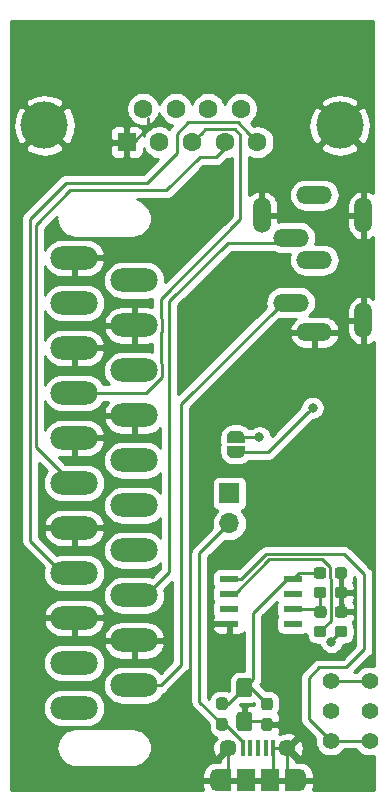
<source format=gtl>
G04 #@! TF.GenerationSoftware,KiCad,Pcbnew,(5.1.0)-1*
G04 #@! TF.CreationDate,2019-10-24T14:33:41-04:00*
G04 #@! TF.ProjectId,SCART to  VGA,53434152-5420-4746-9f20-205647412e6b,rev?*
G04 #@! TF.SameCoordinates,Original*
G04 #@! TF.FileFunction,Copper,L1,Top*
G04 #@! TF.FilePolarity,Positive*
%FSLAX46Y46*%
G04 Gerber Fmt 4.6, Leading zero omitted, Abs format (unit mm)*
G04 Created by KiCad (PCBNEW (5.1.0)-1) date 2019-10-24 14:33:41*
%MOMM*%
%LPD*%
G04 APERTURE LIST*
%ADD10C,4.000000*%
%ADD11C,1.600000*%
%ADD12R,1.600000X1.600000*%
%ADD13C,0.500000*%
%ADD14C,0.100000*%
%ADD15O,1.508000X3.016000*%
%ADD16O,3.016000X1.508000*%
%ADD17C,1.408000*%
%ADD18R,1.550000X0.600000*%
%ADD19O,4.000000X2.000000*%
%ADD20C,0.950000*%
%ADD21R,1.500000X1.900000*%
%ADD22C,1.450000*%
%ADD23R,0.400000X1.350000*%
%ADD24O,1.200000X1.900000*%
%ADD25R,1.200000X1.900000*%
%ADD26C,1.350000*%
%ADD27R,1.700000X1.700000*%
%ADD28O,1.700000X1.700000*%
%ADD29C,0.800000*%
%ADD30C,0.250000*%
%ADD31C,0.254000*%
G04 APERTURE END LIST*
D10*
X77300000Y-80600000D03*
X102300000Y-80600000D03*
D11*
X93955000Y-79180000D03*
X91185000Y-79180000D03*
X88415000Y-79180000D03*
X85645000Y-79180000D03*
X95340000Y-82020000D03*
X92570000Y-82020000D03*
X89800000Y-82020000D03*
X87030000Y-82020000D03*
D12*
X84260000Y-82020000D03*
D13*
X93500000Y-106950000D03*
D14*
G36*
X92750602Y-106950000D02*
G01*
X92750602Y-106925466D01*
X92755412Y-106876635D01*
X92764984Y-106828510D01*
X92779228Y-106781555D01*
X92798005Y-106736222D01*
X92821136Y-106692949D01*
X92848396Y-106652150D01*
X92879524Y-106614221D01*
X92914221Y-106579524D01*
X92952150Y-106548396D01*
X92992949Y-106521136D01*
X93036222Y-106498005D01*
X93081555Y-106479228D01*
X93128510Y-106464984D01*
X93176635Y-106455412D01*
X93225466Y-106450602D01*
X93250000Y-106450602D01*
X93250000Y-106450000D01*
X93750000Y-106450000D01*
X93750000Y-106450602D01*
X93774534Y-106450602D01*
X93823365Y-106455412D01*
X93871490Y-106464984D01*
X93918445Y-106479228D01*
X93963778Y-106498005D01*
X94007051Y-106521136D01*
X94047850Y-106548396D01*
X94085779Y-106579524D01*
X94120476Y-106614221D01*
X94151604Y-106652150D01*
X94178864Y-106692949D01*
X94201995Y-106736222D01*
X94220772Y-106781555D01*
X94235016Y-106828510D01*
X94244588Y-106876635D01*
X94249398Y-106925466D01*
X94249398Y-106950000D01*
X94250000Y-106950000D01*
X94250000Y-107450000D01*
X92750000Y-107450000D01*
X92750000Y-106950000D01*
X92750602Y-106950000D01*
X92750602Y-106950000D01*
G37*
D13*
X93500000Y-108250000D03*
D14*
G36*
X94250000Y-107750000D02*
G01*
X94250000Y-108250000D01*
X94249398Y-108250000D01*
X94249398Y-108274534D01*
X94244588Y-108323365D01*
X94235016Y-108371490D01*
X94220772Y-108418445D01*
X94201995Y-108463778D01*
X94178864Y-108507051D01*
X94151604Y-108547850D01*
X94120476Y-108585779D01*
X94085779Y-108620476D01*
X94047850Y-108651604D01*
X94007051Y-108678864D01*
X93963778Y-108701995D01*
X93918445Y-108720772D01*
X93871490Y-108735016D01*
X93823365Y-108744588D01*
X93774534Y-108749398D01*
X93750000Y-108749398D01*
X93750000Y-108750000D01*
X93250000Y-108750000D01*
X93250000Y-108749398D01*
X93225466Y-108749398D01*
X93176635Y-108744588D01*
X93128510Y-108735016D01*
X93081555Y-108720772D01*
X93036222Y-108701995D01*
X92992949Y-108678864D01*
X92952150Y-108651604D01*
X92914221Y-108620476D01*
X92879524Y-108585779D01*
X92848396Y-108547850D01*
X92821136Y-108507051D01*
X92798005Y-108463778D01*
X92779228Y-108418445D01*
X92764984Y-108371490D01*
X92755412Y-108323365D01*
X92750602Y-108274534D01*
X92750602Y-108250000D01*
X92750000Y-108250000D01*
X92750000Y-107750000D01*
X94250000Y-107750000D01*
X94250000Y-107750000D01*
G37*
D15*
X104300000Y-97100000D03*
X104300000Y-88200000D03*
X95700000Y-88200000D03*
D16*
X100150000Y-86500000D03*
X100150000Y-92000000D03*
X100150000Y-98100000D03*
X98150000Y-95600000D03*
X98150000Y-90100000D03*
D17*
X101524000Y-132675000D03*
X101524000Y-130175000D03*
X101524000Y-127675000D03*
X104824000Y-127675000D03*
X104824000Y-130175000D03*
X104824000Y-132675000D03*
D18*
X92931000Y-118999000D03*
X92931000Y-120269000D03*
X92931000Y-121539000D03*
X92931000Y-122809000D03*
X98331000Y-122809000D03*
X98331000Y-121539000D03*
X98331000Y-120269000D03*
X98331000Y-118999000D03*
D19*
X79819500Y-110871000D03*
X79819500Y-107061000D03*
X79819500Y-103251000D03*
X79819500Y-99441000D03*
X79819500Y-95631000D03*
X79819500Y-91821000D03*
X79819500Y-114681000D03*
X79819500Y-118491000D03*
X79819500Y-122301000D03*
X79819500Y-126111000D03*
X79819500Y-129921000D03*
X84899500Y-108956000D03*
X84899500Y-112766000D03*
X84899500Y-116576000D03*
X84899500Y-120386000D03*
X84899500Y-124196000D03*
X84899500Y-128006000D03*
X84899500Y-105146000D03*
X84899500Y-101336000D03*
X84899500Y-97526000D03*
X84899500Y-93716000D03*
D14*
G36*
X100959579Y-122970144D02*
G01*
X100982634Y-122973563D01*
X101005243Y-122979227D01*
X101027187Y-122987079D01*
X101048257Y-122997044D01*
X101068248Y-123009026D01*
X101086968Y-123022910D01*
X101104238Y-123038562D01*
X101119890Y-123055832D01*
X101133774Y-123074552D01*
X101145756Y-123094543D01*
X101155721Y-123115613D01*
X101163573Y-123137557D01*
X101169237Y-123160166D01*
X101172656Y-123183221D01*
X101173800Y-123206500D01*
X101173800Y-123681500D01*
X101172656Y-123704779D01*
X101169237Y-123727834D01*
X101163573Y-123750443D01*
X101155721Y-123772387D01*
X101145756Y-123793457D01*
X101133774Y-123813448D01*
X101119890Y-123832168D01*
X101104238Y-123849438D01*
X101086968Y-123865090D01*
X101068248Y-123878974D01*
X101048257Y-123890956D01*
X101027187Y-123900921D01*
X101005243Y-123908773D01*
X100982634Y-123914437D01*
X100959579Y-123917856D01*
X100936300Y-123919000D01*
X100361300Y-123919000D01*
X100338021Y-123917856D01*
X100314966Y-123914437D01*
X100292357Y-123908773D01*
X100270413Y-123900921D01*
X100249343Y-123890956D01*
X100229352Y-123878974D01*
X100210632Y-123865090D01*
X100193362Y-123849438D01*
X100177710Y-123832168D01*
X100163826Y-123813448D01*
X100151844Y-123793457D01*
X100141879Y-123772387D01*
X100134027Y-123750443D01*
X100128363Y-123727834D01*
X100124944Y-123704779D01*
X100123800Y-123681500D01*
X100123800Y-123206500D01*
X100124944Y-123183221D01*
X100128363Y-123160166D01*
X100134027Y-123137557D01*
X100141879Y-123115613D01*
X100151844Y-123094543D01*
X100163826Y-123074552D01*
X100177710Y-123055832D01*
X100193362Y-123038562D01*
X100210632Y-123022910D01*
X100229352Y-123009026D01*
X100249343Y-122997044D01*
X100270413Y-122987079D01*
X100292357Y-122979227D01*
X100314966Y-122973563D01*
X100338021Y-122970144D01*
X100361300Y-122969000D01*
X100936300Y-122969000D01*
X100959579Y-122970144D01*
X100959579Y-122970144D01*
G37*
D20*
X100648800Y-123444000D03*
D14*
G36*
X102709579Y-122970144D02*
G01*
X102732634Y-122973563D01*
X102755243Y-122979227D01*
X102777187Y-122987079D01*
X102798257Y-122997044D01*
X102818248Y-123009026D01*
X102836968Y-123022910D01*
X102854238Y-123038562D01*
X102869890Y-123055832D01*
X102883774Y-123074552D01*
X102895756Y-123094543D01*
X102905721Y-123115613D01*
X102913573Y-123137557D01*
X102919237Y-123160166D01*
X102922656Y-123183221D01*
X102923800Y-123206500D01*
X102923800Y-123681500D01*
X102922656Y-123704779D01*
X102919237Y-123727834D01*
X102913573Y-123750443D01*
X102905721Y-123772387D01*
X102895756Y-123793457D01*
X102883774Y-123813448D01*
X102869890Y-123832168D01*
X102854238Y-123849438D01*
X102836968Y-123865090D01*
X102818248Y-123878974D01*
X102798257Y-123890956D01*
X102777187Y-123900921D01*
X102755243Y-123908773D01*
X102732634Y-123914437D01*
X102709579Y-123917856D01*
X102686300Y-123919000D01*
X102111300Y-123919000D01*
X102088021Y-123917856D01*
X102064966Y-123914437D01*
X102042357Y-123908773D01*
X102020413Y-123900921D01*
X101999343Y-123890956D01*
X101979352Y-123878974D01*
X101960632Y-123865090D01*
X101943362Y-123849438D01*
X101927710Y-123832168D01*
X101913826Y-123813448D01*
X101901844Y-123793457D01*
X101891879Y-123772387D01*
X101884027Y-123750443D01*
X101878363Y-123727834D01*
X101874944Y-123704779D01*
X101873800Y-123681500D01*
X101873800Y-123206500D01*
X101874944Y-123183221D01*
X101878363Y-123160166D01*
X101884027Y-123137557D01*
X101891879Y-123115613D01*
X101901844Y-123094543D01*
X101913826Y-123074552D01*
X101927710Y-123055832D01*
X101943362Y-123038562D01*
X101960632Y-123022910D01*
X101979352Y-123009026D01*
X101999343Y-122997044D01*
X102020413Y-122987079D01*
X102042357Y-122979227D01*
X102064966Y-122973563D01*
X102088021Y-122970144D01*
X102111300Y-122969000D01*
X102686300Y-122969000D01*
X102709579Y-122970144D01*
X102709579Y-122970144D01*
G37*
D20*
X102398800Y-123444000D03*
D14*
G36*
X100958279Y-119668144D02*
G01*
X100981334Y-119671563D01*
X101003943Y-119677227D01*
X101025887Y-119685079D01*
X101046957Y-119695044D01*
X101066948Y-119707026D01*
X101085668Y-119720910D01*
X101102938Y-119736562D01*
X101118590Y-119753832D01*
X101132474Y-119772552D01*
X101144456Y-119792543D01*
X101154421Y-119813613D01*
X101162273Y-119835557D01*
X101167937Y-119858166D01*
X101171356Y-119881221D01*
X101172500Y-119904500D01*
X101172500Y-120379500D01*
X101171356Y-120402779D01*
X101167937Y-120425834D01*
X101162273Y-120448443D01*
X101154421Y-120470387D01*
X101144456Y-120491457D01*
X101132474Y-120511448D01*
X101118590Y-120530168D01*
X101102938Y-120547438D01*
X101085668Y-120563090D01*
X101066948Y-120576974D01*
X101046957Y-120588956D01*
X101025887Y-120598921D01*
X101003943Y-120606773D01*
X100981334Y-120612437D01*
X100958279Y-120615856D01*
X100935000Y-120617000D01*
X100360000Y-120617000D01*
X100336721Y-120615856D01*
X100313666Y-120612437D01*
X100291057Y-120606773D01*
X100269113Y-120598921D01*
X100248043Y-120588956D01*
X100228052Y-120576974D01*
X100209332Y-120563090D01*
X100192062Y-120547438D01*
X100176410Y-120530168D01*
X100162526Y-120511448D01*
X100150544Y-120491457D01*
X100140579Y-120470387D01*
X100132727Y-120448443D01*
X100127063Y-120425834D01*
X100123644Y-120402779D01*
X100122500Y-120379500D01*
X100122500Y-119904500D01*
X100123644Y-119881221D01*
X100127063Y-119858166D01*
X100132727Y-119835557D01*
X100140579Y-119813613D01*
X100150544Y-119792543D01*
X100162526Y-119772552D01*
X100176410Y-119753832D01*
X100192062Y-119736562D01*
X100209332Y-119720910D01*
X100228052Y-119707026D01*
X100248043Y-119695044D01*
X100269113Y-119685079D01*
X100291057Y-119677227D01*
X100313666Y-119671563D01*
X100336721Y-119668144D01*
X100360000Y-119667000D01*
X100935000Y-119667000D01*
X100958279Y-119668144D01*
X100958279Y-119668144D01*
G37*
D20*
X100647500Y-120142000D03*
D14*
G36*
X102708279Y-119668144D02*
G01*
X102731334Y-119671563D01*
X102753943Y-119677227D01*
X102775887Y-119685079D01*
X102796957Y-119695044D01*
X102816948Y-119707026D01*
X102835668Y-119720910D01*
X102852938Y-119736562D01*
X102868590Y-119753832D01*
X102882474Y-119772552D01*
X102894456Y-119792543D01*
X102904421Y-119813613D01*
X102912273Y-119835557D01*
X102917937Y-119858166D01*
X102921356Y-119881221D01*
X102922500Y-119904500D01*
X102922500Y-120379500D01*
X102921356Y-120402779D01*
X102917937Y-120425834D01*
X102912273Y-120448443D01*
X102904421Y-120470387D01*
X102894456Y-120491457D01*
X102882474Y-120511448D01*
X102868590Y-120530168D01*
X102852938Y-120547438D01*
X102835668Y-120563090D01*
X102816948Y-120576974D01*
X102796957Y-120588956D01*
X102775887Y-120598921D01*
X102753943Y-120606773D01*
X102731334Y-120612437D01*
X102708279Y-120615856D01*
X102685000Y-120617000D01*
X102110000Y-120617000D01*
X102086721Y-120615856D01*
X102063666Y-120612437D01*
X102041057Y-120606773D01*
X102019113Y-120598921D01*
X101998043Y-120588956D01*
X101978052Y-120576974D01*
X101959332Y-120563090D01*
X101942062Y-120547438D01*
X101926410Y-120530168D01*
X101912526Y-120511448D01*
X101900544Y-120491457D01*
X101890579Y-120470387D01*
X101882727Y-120448443D01*
X101877063Y-120425834D01*
X101873644Y-120402779D01*
X101872500Y-120379500D01*
X101872500Y-119904500D01*
X101873644Y-119881221D01*
X101877063Y-119858166D01*
X101882727Y-119835557D01*
X101890579Y-119813613D01*
X101900544Y-119792543D01*
X101912526Y-119772552D01*
X101926410Y-119753832D01*
X101942062Y-119736562D01*
X101959332Y-119720910D01*
X101978052Y-119707026D01*
X101998043Y-119695044D01*
X102019113Y-119685079D01*
X102041057Y-119677227D01*
X102063666Y-119671563D01*
X102086721Y-119668144D01*
X102110000Y-119667000D01*
X102685000Y-119667000D01*
X102708279Y-119668144D01*
X102708279Y-119668144D01*
G37*
D20*
X102397500Y-120142000D03*
D14*
G36*
X102722279Y-121319144D02*
G01*
X102745334Y-121322563D01*
X102767943Y-121328227D01*
X102789887Y-121336079D01*
X102810957Y-121346044D01*
X102830948Y-121358026D01*
X102849668Y-121371910D01*
X102866938Y-121387562D01*
X102882590Y-121404832D01*
X102896474Y-121423552D01*
X102908456Y-121443543D01*
X102918421Y-121464613D01*
X102926273Y-121486557D01*
X102931937Y-121509166D01*
X102935356Y-121532221D01*
X102936500Y-121555500D01*
X102936500Y-122030500D01*
X102935356Y-122053779D01*
X102931937Y-122076834D01*
X102926273Y-122099443D01*
X102918421Y-122121387D01*
X102908456Y-122142457D01*
X102896474Y-122162448D01*
X102882590Y-122181168D01*
X102866938Y-122198438D01*
X102849668Y-122214090D01*
X102830948Y-122227974D01*
X102810957Y-122239956D01*
X102789887Y-122249921D01*
X102767943Y-122257773D01*
X102745334Y-122263437D01*
X102722279Y-122266856D01*
X102699000Y-122268000D01*
X102124000Y-122268000D01*
X102100721Y-122266856D01*
X102077666Y-122263437D01*
X102055057Y-122257773D01*
X102033113Y-122249921D01*
X102012043Y-122239956D01*
X101992052Y-122227974D01*
X101973332Y-122214090D01*
X101956062Y-122198438D01*
X101940410Y-122181168D01*
X101926526Y-122162448D01*
X101914544Y-122142457D01*
X101904579Y-122121387D01*
X101896727Y-122099443D01*
X101891063Y-122076834D01*
X101887644Y-122053779D01*
X101886500Y-122030500D01*
X101886500Y-121555500D01*
X101887644Y-121532221D01*
X101891063Y-121509166D01*
X101896727Y-121486557D01*
X101904579Y-121464613D01*
X101914544Y-121443543D01*
X101926526Y-121423552D01*
X101940410Y-121404832D01*
X101956062Y-121387562D01*
X101973332Y-121371910D01*
X101992052Y-121358026D01*
X102012043Y-121346044D01*
X102033113Y-121336079D01*
X102055057Y-121328227D01*
X102077666Y-121322563D01*
X102100721Y-121319144D01*
X102124000Y-121318000D01*
X102699000Y-121318000D01*
X102722279Y-121319144D01*
X102722279Y-121319144D01*
G37*
D20*
X102411500Y-121793000D03*
D14*
G36*
X100972279Y-121319144D02*
G01*
X100995334Y-121322563D01*
X101017943Y-121328227D01*
X101039887Y-121336079D01*
X101060957Y-121346044D01*
X101080948Y-121358026D01*
X101099668Y-121371910D01*
X101116938Y-121387562D01*
X101132590Y-121404832D01*
X101146474Y-121423552D01*
X101158456Y-121443543D01*
X101168421Y-121464613D01*
X101176273Y-121486557D01*
X101181937Y-121509166D01*
X101185356Y-121532221D01*
X101186500Y-121555500D01*
X101186500Y-122030500D01*
X101185356Y-122053779D01*
X101181937Y-122076834D01*
X101176273Y-122099443D01*
X101168421Y-122121387D01*
X101158456Y-122142457D01*
X101146474Y-122162448D01*
X101132590Y-122181168D01*
X101116938Y-122198438D01*
X101099668Y-122214090D01*
X101080948Y-122227974D01*
X101060957Y-122239956D01*
X101039887Y-122249921D01*
X101017943Y-122257773D01*
X100995334Y-122263437D01*
X100972279Y-122266856D01*
X100949000Y-122268000D01*
X100374000Y-122268000D01*
X100350721Y-122266856D01*
X100327666Y-122263437D01*
X100305057Y-122257773D01*
X100283113Y-122249921D01*
X100262043Y-122239956D01*
X100242052Y-122227974D01*
X100223332Y-122214090D01*
X100206062Y-122198438D01*
X100190410Y-122181168D01*
X100176526Y-122162448D01*
X100164544Y-122142457D01*
X100154579Y-122121387D01*
X100146727Y-122099443D01*
X100141063Y-122076834D01*
X100137644Y-122053779D01*
X100136500Y-122030500D01*
X100136500Y-121555500D01*
X100137644Y-121532221D01*
X100141063Y-121509166D01*
X100146727Y-121486557D01*
X100154579Y-121464613D01*
X100164544Y-121443543D01*
X100176526Y-121423552D01*
X100190410Y-121404832D01*
X100206062Y-121387562D01*
X100223332Y-121371910D01*
X100242052Y-121358026D01*
X100262043Y-121346044D01*
X100283113Y-121336079D01*
X100305057Y-121328227D01*
X100327666Y-121322563D01*
X100350721Y-121319144D01*
X100374000Y-121318000D01*
X100949000Y-121318000D01*
X100972279Y-121319144D01*
X100972279Y-121319144D01*
G37*
D20*
X100661500Y-121793000D03*
D14*
G36*
X100948179Y-118017144D02*
G01*
X100971234Y-118020563D01*
X100993843Y-118026227D01*
X101015787Y-118034079D01*
X101036857Y-118044044D01*
X101056848Y-118056026D01*
X101075568Y-118069910D01*
X101092838Y-118085562D01*
X101108490Y-118102832D01*
X101122374Y-118121552D01*
X101134356Y-118141543D01*
X101144321Y-118162613D01*
X101152173Y-118184557D01*
X101157837Y-118207166D01*
X101161256Y-118230221D01*
X101162400Y-118253500D01*
X101162400Y-118728500D01*
X101161256Y-118751779D01*
X101157837Y-118774834D01*
X101152173Y-118797443D01*
X101144321Y-118819387D01*
X101134356Y-118840457D01*
X101122374Y-118860448D01*
X101108490Y-118879168D01*
X101092838Y-118896438D01*
X101075568Y-118912090D01*
X101056848Y-118925974D01*
X101036857Y-118937956D01*
X101015787Y-118947921D01*
X100993843Y-118955773D01*
X100971234Y-118961437D01*
X100948179Y-118964856D01*
X100924900Y-118966000D01*
X100349900Y-118966000D01*
X100326621Y-118964856D01*
X100303566Y-118961437D01*
X100280957Y-118955773D01*
X100259013Y-118947921D01*
X100237943Y-118937956D01*
X100217952Y-118925974D01*
X100199232Y-118912090D01*
X100181962Y-118896438D01*
X100166310Y-118879168D01*
X100152426Y-118860448D01*
X100140444Y-118840457D01*
X100130479Y-118819387D01*
X100122627Y-118797443D01*
X100116963Y-118774834D01*
X100113544Y-118751779D01*
X100112400Y-118728500D01*
X100112400Y-118253500D01*
X100113544Y-118230221D01*
X100116963Y-118207166D01*
X100122627Y-118184557D01*
X100130479Y-118162613D01*
X100140444Y-118141543D01*
X100152426Y-118121552D01*
X100166310Y-118102832D01*
X100181962Y-118085562D01*
X100199232Y-118069910D01*
X100217952Y-118056026D01*
X100237943Y-118044044D01*
X100259013Y-118034079D01*
X100280957Y-118026227D01*
X100303566Y-118020563D01*
X100326621Y-118017144D01*
X100349900Y-118016000D01*
X100924900Y-118016000D01*
X100948179Y-118017144D01*
X100948179Y-118017144D01*
G37*
D20*
X100637400Y-118491000D03*
D14*
G36*
X102698179Y-118017144D02*
G01*
X102721234Y-118020563D01*
X102743843Y-118026227D01*
X102765787Y-118034079D01*
X102786857Y-118044044D01*
X102806848Y-118056026D01*
X102825568Y-118069910D01*
X102842838Y-118085562D01*
X102858490Y-118102832D01*
X102872374Y-118121552D01*
X102884356Y-118141543D01*
X102894321Y-118162613D01*
X102902173Y-118184557D01*
X102907837Y-118207166D01*
X102911256Y-118230221D01*
X102912400Y-118253500D01*
X102912400Y-118728500D01*
X102911256Y-118751779D01*
X102907837Y-118774834D01*
X102902173Y-118797443D01*
X102894321Y-118819387D01*
X102884356Y-118840457D01*
X102872374Y-118860448D01*
X102858490Y-118879168D01*
X102842838Y-118896438D01*
X102825568Y-118912090D01*
X102806848Y-118925974D01*
X102786857Y-118937956D01*
X102765787Y-118947921D01*
X102743843Y-118955773D01*
X102721234Y-118961437D01*
X102698179Y-118964856D01*
X102674900Y-118966000D01*
X102099900Y-118966000D01*
X102076621Y-118964856D01*
X102053566Y-118961437D01*
X102030957Y-118955773D01*
X102009013Y-118947921D01*
X101987943Y-118937956D01*
X101967952Y-118925974D01*
X101949232Y-118912090D01*
X101931962Y-118896438D01*
X101916310Y-118879168D01*
X101902426Y-118860448D01*
X101890444Y-118840457D01*
X101880479Y-118819387D01*
X101872627Y-118797443D01*
X101866963Y-118774834D01*
X101863544Y-118751779D01*
X101862400Y-118728500D01*
X101862400Y-118253500D01*
X101863544Y-118230221D01*
X101866963Y-118207166D01*
X101872627Y-118184557D01*
X101880479Y-118162613D01*
X101890444Y-118141543D01*
X101902426Y-118121552D01*
X101916310Y-118102832D01*
X101931962Y-118085562D01*
X101949232Y-118069910D01*
X101967952Y-118056026D01*
X101987943Y-118044044D01*
X102009013Y-118034079D01*
X102030957Y-118026227D01*
X102053566Y-118020563D01*
X102076621Y-118017144D01*
X102099900Y-118016000D01*
X102674900Y-118016000D01*
X102698179Y-118017144D01*
X102698179Y-118017144D01*
G37*
D20*
X102387400Y-118491000D03*
D21*
X96377000Y-136048000D03*
D22*
X92877000Y-133348000D03*
D23*
X94727000Y-133348000D03*
X94077000Y-133348000D03*
X96677000Y-133348000D03*
X96027000Y-133348000D03*
X95377000Y-133348000D03*
D22*
X97877000Y-133348000D03*
D21*
X94377000Y-136048000D03*
D24*
X91877000Y-136048000D03*
X98877000Y-136048000D03*
D25*
X98277000Y-136048000D03*
X92477000Y-136048000D03*
D14*
G36*
X96399779Y-130794144D02*
G01*
X96422834Y-130797563D01*
X96445443Y-130803227D01*
X96467387Y-130811079D01*
X96488457Y-130821044D01*
X96508448Y-130833026D01*
X96527168Y-130846910D01*
X96544438Y-130862562D01*
X96560090Y-130879832D01*
X96573974Y-130898552D01*
X96585956Y-130918543D01*
X96595921Y-130939613D01*
X96603773Y-130961557D01*
X96609437Y-130984166D01*
X96612856Y-131007221D01*
X96614000Y-131030500D01*
X96614000Y-131605500D01*
X96612856Y-131628779D01*
X96609437Y-131651834D01*
X96603773Y-131674443D01*
X96595921Y-131696387D01*
X96585956Y-131717457D01*
X96573974Y-131737448D01*
X96560090Y-131756168D01*
X96544438Y-131773438D01*
X96527168Y-131789090D01*
X96508448Y-131802974D01*
X96488457Y-131814956D01*
X96467387Y-131824921D01*
X96445443Y-131832773D01*
X96422834Y-131838437D01*
X96399779Y-131841856D01*
X96376500Y-131843000D01*
X95901500Y-131843000D01*
X95878221Y-131841856D01*
X95855166Y-131838437D01*
X95832557Y-131832773D01*
X95810613Y-131824921D01*
X95789543Y-131814956D01*
X95769552Y-131802974D01*
X95750832Y-131789090D01*
X95733562Y-131773438D01*
X95717910Y-131756168D01*
X95704026Y-131737448D01*
X95692044Y-131717457D01*
X95682079Y-131696387D01*
X95674227Y-131674443D01*
X95668563Y-131651834D01*
X95665144Y-131628779D01*
X95664000Y-131605500D01*
X95664000Y-131030500D01*
X95665144Y-131007221D01*
X95668563Y-130984166D01*
X95674227Y-130961557D01*
X95682079Y-130939613D01*
X95692044Y-130918543D01*
X95704026Y-130898552D01*
X95717910Y-130879832D01*
X95733562Y-130862562D01*
X95750832Y-130846910D01*
X95769552Y-130833026D01*
X95789543Y-130821044D01*
X95810613Y-130811079D01*
X95832557Y-130803227D01*
X95855166Y-130797563D01*
X95878221Y-130794144D01*
X95901500Y-130793000D01*
X96376500Y-130793000D01*
X96399779Y-130794144D01*
X96399779Y-130794144D01*
G37*
D20*
X96139000Y-131318000D03*
D14*
G36*
X96399779Y-129044144D02*
G01*
X96422834Y-129047563D01*
X96445443Y-129053227D01*
X96467387Y-129061079D01*
X96488457Y-129071044D01*
X96508448Y-129083026D01*
X96527168Y-129096910D01*
X96544438Y-129112562D01*
X96560090Y-129129832D01*
X96573974Y-129148552D01*
X96585956Y-129168543D01*
X96595921Y-129189613D01*
X96603773Y-129211557D01*
X96609437Y-129234166D01*
X96612856Y-129257221D01*
X96614000Y-129280500D01*
X96614000Y-129855500D01*
X96612856Y-129878779D01*
X96609437Y-129901834D01*
X96603773Y-129924443D01*
X96595921Y-129946387D01*
X96585956Y-129967457D01*
X96573974Y-129987448D01*
X96560090Y-130006168D01*
X96544438Y-130023438D01*
X96527168Y-130039090D01*
X96508448Y-130052974D01*
X96488457Y-130064956D01*
X96467387Y-130074921D01*
X96445443Y-130082773D01*
X96422834Y-130088437D01*
X96399779Y-130091856D01*
X96376500Y-130093000D01*
X95901500Y-130093000D01*
X95878221Y-130091856D01*
X95855166Y-130088437D01*
X95832557Y-130082773D01*
X95810613Y-130074921D01*
X95789543Y-130064956D01*
X95769552Y-130052974D01*
X95750832Y-130039090D01*
X95733562Y-130023438D01*
X95717910Y-130006168D01*
X95704026Y-129987448D01*
X95692044Y-129967457D01*
X95682079Y-129946387D01*
X95674227Y-129924443D01*
X95668563Y-129901834D01*
X95665144Y-129878779D01*
X95664000Y-129855500D01*
X95664000Y-129280500D01*
X95665144Y-129257221D01*
X95668563Y-129234166D01*
X95674227Y-129211557D01*
X95682079Y-129189613D01*
X95692044Y-129168543D01*
X95704026Y-129148552D01*
X95717910Y-129129832D01*
X95733562Y-129112562D01*
X95750832Y-129096910D01*
X95769552Y-129083026D01*
X95789543Y-129071044D01*
X95810613Y-129061079D01*
X95832557Y-129053227D01*
X95855166Y-129047563D01*
X95878221Y-129044144D01*
X95901500Y-129043000D01*
X96376500Y-129043000D01*
X96399779Y-129044144D01*
X96399779Y-129044144D01*
G37*
D20*
X96139000Y-129568000D03*
D14*
G36*
X94683505Y-127402704D02*
G01*
X94707773Y-127406304D01*
X94731572Y-127412265D01*
X94754671Y-127420530D01*
X94776850Y-127431020D01*
X94797893Y-127443632D01*
X94817599Y-127458247D01*
X94835777Y-127474723D01*
X94852253Y-127492901D01*
X94866868Y-127512607D01*
X94879480Y-127533650D01*
X94889970Y-127555829D01*
X94898235Y-127578928D01*
X94904196Y-127602727D01*
X94907796Y-127626995D01*
X94909000Y-127651499D01*
X94909000Y-128726501D01*
X94907796Y-128751005D01*
X94904196Y-128775273D01*
X94898235Y-128799072D01*
X94889970Y-128822171D01*
X94879480Y-128844350D01*
X94866868Y-128865393D01*
X94852253Y-128885099D01*
X94835777Y-128903277D01*
X94817599Y-128919753D01*
X94797893Y-128934368D01*
X94776850Y-128946980D01*
X94754671Y-128957470D01*
X94731572Y-128965735D01*
X94707773Y-128971696D01*
X94683505Y-128975296D01*
X94659001Y-128976500D01*
X93808999Y-128976500D01*
X93784495Y-128975296D01*
X93760227Y-128971696D01*
X93736428Y-128965735D01*
X93713329Y-128957470D01*
X93691150Y-128946980D01*
X93670107Y-128934368D01*
X93650401Y-128919753D01*
X93632223Y-128903277D01*
X93615747Y-128885099D01*
X93601132Y-128865393D01*
X93588520Y-128844350D01*
X93578030Y-128822171D01*
X93569765Y-128799072D01*
X93563804Y-128775273D01*
X93560204Y-128751005D01*
X93559000Y-128726501D01*
X93559000Y-127651499D01*
X93560204Y-127626995D01*
X93563804Y-127602727D01*
X93569765Y-127578928D01*
X93578030Y-127555829D01*
X93588520Y-127533650D01*
X93601132Y-127512607D01*
X93615747Y-127492901D01*
X93632223Y-127474723D01*
X93650401Y-127458247D01*
X93670107Y-127443632D01*
X93691150Y-127431020D01*
X93713329Y-127420530D01*
X93736428Y-127412265D01*
X93760227Y-127406304D01*
X93784495Y-127402704D01*
X93808999Y-127401500D01*
X94659001Y-127401500D01*
X94683505Y-127402704D01*
X94683505Y-127402704D01*
G37*
D26*
X94234000Y-128189000D03*
D14*
G36*
X94683505Y-130277704D02*
G01*
X94707773Y-130281304D01*
X94731572Y-130287265D01*
X94754671Y-130295530D01*
X94776850Y-130306020D01*
X94797893Y-130318632D01*
X94817599Y-130333247D01*
X94835777Y-130349723D01*
X94852253Y-130367901D01*
X94866868Y-130387607D01*
X94879480Y-130408650D01*
X94889970Y-130430829D01*
X94898235Y-130453928D01*
X94904196Y-130477727D01*
X94907796Y-130501995D01*
X94909000Y-130526499D01*
X94909000Y-131601501D01*
X94907796Y-131626005D01*
X94904196Y-131650273D01*
X94898235Y-131674072D01*
X94889970Y-131697171D01*
X94879480Y-131719350D01*
X94866868Y-131740393D01*
X94852253Y-131760099D01*
X94835777Y-131778277D01*
X94817599Y-131794753D01*
X94797893Y-131809368D01*
X94776850Y-131821980D01*
X94754671Y-131832470D01*
X94731572Y-131840735D01*
X94707773Y-131846696D01*
X94683505Y-131850296D01*
X94659001Y-131851500D01*
X93808999Y-131851500D01*
X93784495Y-131850296D01*
X93760227Y-131846696D01*
X93736428Y-131840735D01*
X93713329Y-131832470D01*
X93691150Y-131821980D01*
X93670107Y-131809368D01*
X93650401Y-131794753D01*
X93632223Y-131778277D01*
X93615747Y-131760099D01*
X93601132Y-131740393D01*
X93588520Y-131719350D01*
X93578030Y-131697171D01*
X93569765Y-131674072D01*
X93563804Y-131650273D01*
X93560204Y-131626005D01*
X93559000Y-131601501D01*
X93559000Y-130526499D01*
X93560204Y-130501995D01*
X93563804Y-130477727D01*
X93569765Y-130453928D01*
X93578030Y-130430829D01*
X93588520Y-130408650D01*
X93601132Y-130387607D01*
X93615747Y-130367901D01*
X93632223Y-130349723D01*
X93650401Y-130333247D01*
X93670107Y-130318632D01*
X93691150Y-130306020D01*
X93713329Y-130295530D01*
X93736428Y-130287265D01*
X93760227Y-130281304D01*
X93784495Y-130277704D01*
X93808999Y-130276500D01*
X94659001Y-130276500D01*
X94683505Y-130277704D01*
X94683505Y-130277704D01*
G37*
D26*
X94234000Y-131064000D03*
D14*
G36*
X92589779Y-130780144D02*
G01*
X92612834Y-130783563D01*
X92635443Y-130789227D01*
X92657387Y-130797079D01*
X92678457Y-130807044D01*
X92698448Y-130819026D01*
X92717168Y-130832910D01*
X92734438Y-130848562D01*
X92750090Y-130865832D01*
X92763974Y-130884552D01*
X92775956Y-130904543D01*
X92785921Y-130925613D01*
X92793773Y-130947557D01*
X92799437Y-130970166D01*
X92802856Y-130993221D01*
X92804000Y-131016500D01*
X92804000Y-131591500D01*
X92802856Y-131614779D01*
X92799437Y-131637834D01*
X92793773Y-131660443D01*
X92785921Y-131682387D01*
X92775956Y-131703457D01*
X92763974Y-131723448D01*
X92750090Y-131742168D01*
X92734438Y-131759438D01*
X92717168Y-131775090D01*
X92698448Y-131788974D01*
X92678457Y-131800956D01*
X92657387Y-131810921D01*
X92635443Y-131818773D01*
X92612834Y-131824437D01*
X92589779Y-131827856D01*
X92566500Y-131829000D01*
X92091500Y-131829000D01*
X92068221Y-131827856D01*
X92045166Y-131824437D01*
X92022557Y-131818773D01*
X92000613Y-131810921D01*
X91979543Y-131800956D01*
X91959552Y-131788974D01*
X91940832Y-131775090D01*
X91923562Y-131759438D01*
X91907910Y-131742168D01*
X91894026Y-131723448D01*
X91882044Y-131703457D01*
X91872079Y-131682387D01*
X91864227Y-131660443D01*
X91858563Y-131637834D01*
X91855144Y-131614779D01*
X91854000Y-131591500D01*
X91854000Y-131016500D01*
X91855144Y-130993221D01*
X91858563Y-130970166D01*
X91864227Y-130947557D01*
X91872079Y-130925613D01*
X91882044Y-130904543D01*
X91894026Y-130884552D01*
X91907910Y-130865832D01*
X91923562Y-130848562D01*
X91940832Y-130832910D01*
X91959552Y-130819026D01*
X91979543Y-130807044D01*
X92000613Y-130797079D01*
X92022557Y-130789227D01*
X92045166Y-130783563D01*
X92068221Y-130780144D01*
X92091500Y-130779000D01*
X92566500Y-130779000D01*
X92589779Y-130780144D01*
X92589779Y-130780144D01*
G37*
D20*
X92329000Y-131304000D03*
D14*
G36*
X92589779Y-129030144D02*
G01*
X92612834Y-129033563D01*
X92635443Y-129039227D01*
X92657387Y-129047079D01*
X92678457Y-129057044D01*
X92698448Y-129069026D01*
X92717168Y-129082910D01*
X92734438Y-129098562D01*
X92750090Y-129115832D01*
X92763974Y-129134552D01*
X92775956Y-129154543D01*
X92785921Y-129175613D01*
X92793773Y-129197557D01*
X92799437Y-129220166D01*
X92802856Y-129243221D01*
X92804000Y-129266500D01*
X92804000Y-129841500D01*
X92802856Y-129864779D01*
X92799437Y-129887834D01*
X92793773Y-129910443D01*
X92785921Y-129932387D01*
X92775956Y-129953457D01*
X92763974Y-129973448D01*
X92750090Y-129992168D01*
X92734438Y-130009438D01*
X92717168Y-130025090D01*
X92698448Y-130038974D01*
X92678457Y-130050956D01*
X92657387Y-130060921D01*
X92635443Y-130068773D01*
X92612834Y-130074437D01*
X92589779Y-130077856D01*
X92566500Y-130079000D01*
X92091500Y-130079000D01*
X92068221Y-130077856D01*
X92045166Y-130074437D01*
X92022557Y-130068773D01*
X92000613Y-130060921D01*
X91979543Y-130050956D01*
X91959552Y-130038974D01*
X91940832Y-130025090D01*
X91923562Y-130009438D01*
X91907910Y-129992168D01*
X91894026Y-129973448D01*
X91882044Y-129953457D01*
X91872079Y-129932387D01*
X91864227Y-129910443D01*
X91858563Y-129887834D01*
X91855144Y-129864779D01*
X91854000Y-129841500D01*
X91854000Y-129266500D01*
X91855144Y-129243221D01*
X91858563Y-129220166D01*
X91864227Y-129197557D01*
X91872079Y-129175613D01*
X91882044Y-129154543D01*
X91894026Y-129134552D01*
X91907910Y-129115832D01*
X91923562Y-129098562D01*
X91940832Y-129082910D01*
X91959552Y-129069026D01*
X91979543Y-129057044D01*
X92000613Y-129047079D01*
X92022557Y-129039227D01*
X92045166Y-129033563D01*
X92068221Y-129030144D01*
X92091500Y-129029000D01*
X92566500Y-129029000D01*
X92589779Y-129030144D01*
X92589779Y-129030144D01*
G37*
D20*
X92329000Y-129554000D03*
D27*
X92964000Y-111760000D03*
D28*
X92964000Y-114300000D03*
D29*
X101600000Y-124333012D03*
X95500000Y-107000000D03*
X100000000Y-104499992D03*
D30*
X93406000Y-120269000D02*
X92931000Y-120269000D01*
X96327000Y-117348000D02*
X93406000Y-120269000D01*
X101547490Y-122545310D02*
X101547490Y-118971600D01*
X101547490Y-118971600D02*
X101487410Y-118911520D01*
X101487410Y-118911520D02*
X101487410Y-118020500D01*
X100648800Y-123444000D02*
X101547490Y-122545310D01*
X101487410Y-118020500D02*
X100814910Y-117348000D01*
X100814910Y-117348000D02*
X96327000Y-117348000D01*
X101633600Y-127675000D02*
X101524000Y-127675000D01*
X101524000Y-127675000D02*
X104824000Y-127675000D01*
X102398800Y-123444000D02*
X101600000Y-124242800D01*
X101600000Y-124242800D02*
X101600000Y-124333012D01*
X93500000Y-106950000D02*
X95450000Y-106950000D01*
X95450000Y-106950000D02*
X95500000Y-107000000D01*
X92477000Y-136048000D02*
X98877000Y-136048000D01*
X92877000Y-135648000D02*
X92477000Y-136048000D01*
X92877000Y-133348000D02*
X92877000Y-135648000D01*
X97877000Y-133348000D02*
X97877000Y-136311000D01*
X98140000Y-136048000D02*
X98277000Y-136048000D01*
X97877000Y-136311000D02*
X98140000Y-136048000D01*
X97877000Y-133348000D02*
X96677000Y-133348000D01*
X96677000Y-135748000D02*
X96377000Y-136048000D01*
X96677000Y-133348000D02*
X96677000Y-135748000D01*
X86092000Y-80770000D02*
X84947000Y-81915000D01*
X86092000Y-79935000D02*
X86092000Y-80770000D01*
X95885000Y-131064000D02*
X96139000Y-131318000D01*
X94234000Y-131064000D02*
X95885000Y-131064000D01*
X100407500Y-121539000D02*
X100661500Y-121793000D01*
X98331000Y-121539000D02*
X100407500Y-121539000D01*
X100661500Y-120156000D02*
X100647500Y-120142000D01*
X100661500Y-121793000D02*
X100661500Y-120156000D01*
X98839000Y-118491000D02*
X98331000Y-118999000D01*
X100637400Y-118491000D02*
X98839000Y-118491000D01*
X92869000Y-129554000D02*
X94234000Y-128189000D01*
X92329000Y-129554000D02*
X92869000Y-129554000D01*
X94760000Y-128189000D02*
X96139000Y-129568000D01*
X94234000Y-128189000D02*
X94760000Y-128189000D01*
X97856000Y-118999000D02*
X98331000Y-118999000D01*
X94996000Y-121859000D02*
X97856000Y-118999000D01*
X94234000Y-128189000D02*
X94996000Y-127427000D01*
X94996000Y-127427000D02*
X94996000Y-121859000D01*
X97494000Y-95600000D02*
X98150000Y-95600000D01*
X88900000Y-104194000D02*
X97494000Y-95600000D01*
X88900000Y-126255500D02*
X88900000Y-104194000D01*
X84899500Y-128006000D02*
X87149500Y-128006000D01*
X87149500Y-128006000D02*
X88900000Y-126255500D01*
X97700000Y-90550000D02*
X98150000Y-90100000D01*
X92838000Y-90550000D02*
X97700000Y-90550000D01*
X87884000Y-95504000D02*
X92838000Y-90550000D01*
X87884000Y-118401500D02*
X87884000Y-95504000D01*
X84899500Y-120386000D02*
X85899500Y-120386000D01*
X85899500Y-120386000D02*
X87884000Y-118401500D01*
X88500000Y-81300000D02*
X89450011Y-80349989D01*
X78819500Y-118491000D02*
X76073000Y-115744500D01*
X79819500Y-118491000D02*
X78819500Y-118491000D01*
X76073000Y-115744500D02*
X76073000Y-88519000D01*
X94540001Y-81220001D02*
X95340000Y-82020000D01*
X88500000Y-82942000D02*
X88500000Y-81300000D01*
X85971000Y-85471000D02*
X88500000Y-82942000D01*
X79121000Y-85471000D02*
X85971000Y-85471000D01*
X93669989Y-80349989D02*
X94540001Y-81220001D01*
X76073000Y-88519000D02*
X79121000Y-85471000D01*
X89450011Y-80349989D02*
X93669989Y-80349989D01*
X91800000Y-83300000D02*
X92570000Y-82530000D01*
X90432000Y-83300000D02*
X91800000Y-83300000D01*
X79629000Y-110871000D02*
X76581000Y-107823000D01*
X79819500Y-110871000D02*
X79629000Y-110871000D01*
X76581000Y-107823000D02*
X76581000Y-89027000D01*
X76581000Y-89027000D02*
X79502000Y-86106000D01*
X79502000Y-86106000D02*
X87626000Y-86106000D01*
X92570000Y-82530000D02*
X92570000Y-82020000D01*
X87626000Y-86106000D02*
X90432000Y-83300000D01*
X90599999Y-81220001D02*
X89800000Y-82020000D01*
X90920000Y-80900000D02*
X90599999Y-81220001D01*
X92024998Y-80900000D02*
X90920000Y-80900000D01*
X93110001Y-80894999D02*
X92029999Y-80894999D01*
X93115002Y-80900000D02*
X93110001Y-80894999D01*
X93400000Y-80900000D02*
X93115002Y-80900000D01*
X93900000Y-88557589D02*
X93900000Y-81400000D01*
X87224510Y-96977163D02*
X87179989Y-96932642D01*
X87224510Y-98074837D02*
X87224510Y-96977163D01*
X87179989Y-98119358D02*
X87224510Y-98074837D01*
X93900000Y-81400000D02*
X93400000Y-80900000D01*
X87179989Y-95277600D02*
X93900000Y-88557589D01*
X85858347Y-103251000D02*
X87224510Y-101884837D01*
X87224510Y-101884837D02*
X87224510Y-100787163D01*
X92029999Y-80894999D02*
X92024998Y-80900000D01*
X79819500Y-103251000D02*
X85858347Y-103251000D01*
X87224510Y-100787163D02*
X87179989Y-100742642D01*
X87179989Y-96932642D02*
X87179989Y-95277600D01*
X87179989Y-100742642D02*
X87179989Y-98119358D01*
X101524000Y-132675000D02*
X104824000Y-132675000D01*
X100584000Y-126492000D02*
X99695000Y-127381000D01*
X102870000Y-126492000D02*
X100584000Y-126492000D01*
X99695000Y-130846000D02*
X101524000Y-132675000D01*
X93956000Y-118999000D02*
X96057010Y-116897990D01*
X99695000Y-127381000D02*
X99695000Y-130846000D01*
X92931000Y-118999000D02*
X93956000Y-118999000D01*
X96057010Y-116897990D02*
X102673990Y-116897990D01*
X102673990Y-116897990D02*
X104394000Y-118618000D01*
X104394000Y-118618000D02*
X104394000Y-124968000D01*
X104394000Y-124968000D02*
X102870000Y-126492000D01*
X93500000Y-108250000D02*
X96249992Y-108250000D01*
X99600001Y-104899991D02*
X100000000Y-104499992D01*
X96249992Y-108250000D02*
X99600001Y-104899991D01*
X92569000Y-131304000D02*
X92329000Y-131304000D01*
X94077000Y-133348000D02*
X94077000Y-132812000D01*
X94077000Y-132812000D02*
X92569000Y-131304000D01*
X90424000Y-129399000D02*
X90424000Y-116840000D01*
X92329000Y-131304000D02*
X90424000Y-129399000D01*
X90424000Y-116840000D02*
X92964000Y-114300000D01*
D31*
G36*
X105152507Y-86346986D02*
G01*
X104966091Y-86220531D01*
X104714215Y-86114130D01*
X104641814Y-86099714D01*
X104427000Y-86222323D01*
X104427000Y-88073000D01*
X104447000Y-88073000D01*
X104447000Y-88327000D01*
X104427000Y-88327000D01*
X104427000Y-90177677D01*
X104641814Y-90300286D01*
X104714215Y-90285870D01*
X104966091Y-90179469D01*
X105155545Y-90050953D01*
X105159811Y-95251941D01*
X104966091Y-95120531D01*
X104714215Y-95014130D01*
X104641814Y-94999714D01*
X104427000Y-95122323D01*
X104427000Y-96973000D01*
X104447000Y-96973000D01*
X104447000Y-97227000D01*
X104427000Y-97227000D01*
X104427000Y-99077677D01*
X104641814Y-99200286D01*
X104714215Y-99185870D01*
X104966091Y-99079469D01*
X105162841Y-98946004D01*
X105185346Y-126381644D01*
X104955880Y-126336000D01*
X104692120Y-126336000D01*
X104433428Y-126387457D01*
X104189746Y-126488393D01*
X103970437Y-126634931D01*
X103783931Y-126821437D01*
X103721414Y-126915000D01*
X103521801Y-126915000D01*
X104905008Y-125531795D01*
X104934001Y-125508001D01*
X104957795Y-125479008D01*
X104957799Y-125479004D01*
X105028973Y-125392277D01*
X105028974Y-125392276D01*
X105099546Y-125260247D01*
X105143003Y-125116986D01*
X105154000Y-125005333D01*
X105154000Y-125005324D01*
X105157676Y-124968001D01*
X105154000Y-124930678D01*
X105154000Y-118655322D01*
X105157676Y-118617999D01*
X105154000Y-118580676D01*
X105154000Y-118580667D01*
X105143003Y-118469014D01*
X105099546Y-118325753D01*
X105028974Y-118193724D01*
X105015811Y-118177685D01*
X104957799Y-118106996D01*
X104957795Y-118106992D01*
X104934001Y-118077999D01*
X104905009Y-118054206D01*
X103237793Y-116386992D01*
X103213991Y-116357989D01*
X103098266Y-116263016D01*
X102966237Y-116192444D01*
X102822976Y-116148987D01*
X102711323Y-116137990D01*
X102711312Y-116137990D01*
X102673990Y-116134314D01*
X102636668Y-116137990D01*
X96094333Y-116137990D01*
X96057010Y-116134314D01*
X96019687Y-116137990D01*
X96019677Y-116137990D01*
X95908024Y-116148987D01*
X95764763Y-116192444D01*
X95632734Y-116263016D01*
X95517009Y-116357989D01*
X95493211Y-116386987D01*
X93809115Y-118071084D01*
X93706000Y-118060928D01*
X92156000Y-118060928D01*
X92031518Y-118073188D01*
X91911820Y-118109498D01*
X91801506Y-118168463D01*
X91704815Y-118247815D01*
X91625463Y-118344506D01*
X91566498Y-118454820D01*
X91530188Y-118574518D01*
X91517928Y-118699000D01*
X91517928Y-119299000D01*
X91530188Y-119423482D01*
X91566498Y-119543180D01*
X91615043Y-119634000D01*
X91566498Y-119724820D01*
X91530188Y-119844518D01*
X91517928Y-119969000D01*
X91517928Y-120569000D01*
X91530188Y-120693482D01*
X91566498Y-120813180D01*
X91615043Y-120904000D01*
X91566498Y-120994820D01*
X91530188Y-121114518D01*
X91517928Y-121239000D01*
X91517928Y-121839000D01*
X91530188Y-121963482D01*
X91566498Y-122083180D01*
X91615043Y-122174000D01*
X91566498Y-122264820D01*
X91530188Y-122384518D01*
X91517928Y-122509000D01*
X91521000Y-122523250D01*
X91679750Y-122682000D01*
X92804000Y-122682000D01*
X92804000Y-122662000D01*
X93058000Y-122662000D01*
X93058000Y-122682000D01*
X93078000Y-122682000D01*
X93078000Y-122936000D01*
X93058000Y-122936000D01*
X93058000Y-123585250D01*
X93216750Y-123744000D01*
X93706000Y-123747072D01*
X93830482Y-123734812D01*
X93950180Y-123698502D01*
X94060494Y-123639537D01*
X94157185Y-123560185D01*
X94236001Y-123464147D01*
X94236000Y-126763428D01*
X93808999Y-126763428D01*
X93635745Y-126780492D01*
X93469149Y-126831028D01*
X93315613Y-126913095D01*
X93181038Y-127023538D01*
X93070595Y-127158113D01*
X92988528Y-127311649D01*
X92937992Y-127478245D01*
X92920928Y-127651499D01*
X92920928Y-128427271D01*
X92893169Y-128455030D01*
X92737316Y-128407752D01*
X92566500Y-128390928D01*
X92091500Y-128390928D01*
X91920684Y-128407752D01*
X91756433Y-128457577D01*
X91605058Y-128538488D01*
X91472377Y-128647377D01*
X91363488Y-128780058D01*
X91282577Y-128931433D01*
X91232752Y-129095684D01*
X91229411Y-129129609D01*
X91184000Y-129084199D01*
X91184000Y-123109000D01*
X91517928Y-123109000D01*
X91530188Y-123233482D01*
X91566498Y-123353180D01*
X91625463Y-123463494D01*
X91704815Y-123560185D01*
X91801506Y-123639537D01*
X91911820Y-123698502D01*
X92031518Y-123734812D01*
X92156000Y-123747072D01*
X92645250Y-123744000D01*
X92804000Y-123585250D01*
X92804000Y-122936000D01*
X91679750Y-122936000D01*
X91521000Y-123094750D01*
X91517928Y-123109000D01*
X91184000Y-123109000D01*
X91184000Y-117154801D01*
X92598005Y-115740797D01*
X92672889Y-115763513D01*
X92891050Y-115785000D01*
X93036950Y-115785000D01*
X93255111Y-115763513D01*
X93535034Y-115678599D01*
X93793014Y-115540706D01*
X94019134Y-115355134D01*
X94204706Y-115129014D01*
X94342599Y-114871034D01*
X94427513Y-114591111D01*
X94456185Y-114300000D01*
X94427513Y-114008889D01*
X94342599Y-113728966D01*
X94204706Y-113470986D01*
X94019134Y-113244866D01*
X93989313Y-113220393D01*
X94058180Y-113199502D01*
X94168494Y-113140537D01*
X94265185Y-113061185D01*
X94344537Y-112964494D01*
X94403502Y-112854180D01*
X94439812Y-112734482D01*
X94452072Y-112610000D01*
X94452072Y-110910000D01*
X94439812Y-110785518D01*
X94403502Y-110665820D01*
X94344537Y-110555506D01*
X94265185Y-110458815D01*
X94168494Y-110379463D01*
X94058180Y-110320498D01*
X93938482Y-110284188D01*
X93814000Y-110271928D01*
X92114000Y-110271928D01*
X91989518Y-110284188D01*
X91869820Y-110320498D01*
X91759506Y-110379463D01*
X91662815Y-110458815D01*
X91583463Y-110555506D01*
X91524498Y-110665820D01*
X91488188Y-110785518D01*
X91475928Y-110910000D01*
X91475928Y-112610000D01*
X91488188Y-112734482D01*
X91524498Y-112854180D01*
X91583463Y-112964494D01*
X91662815Y-113061185D01*
X91759506Y-113140537D01*
X91869820Y-113199502D01*
X91938687Y-113220393D01*
X91908866Y-113244866D01*
X91723294Y-113470986D01*
X91585401Y-113728966D01*
X91500487Y-114008889D01*
X91471815Y-114300000D01*
X91500487Y-114591111D01*
X91523203Y-114665995D01*
X89912998Y-116276201D01*
X89884000Y-116299999D01*
X89860202Y-116328997D01*
X89860201Y-116328998D01*
X89789026Y-116415724D01*
X89718454Y-116547754D01*
X89674998Y-116691015D01*
X89660324Y-116840000D01*
X89664001Y-116877332D01*
X89664000Y-129361678D01*
X89660324Y-129399000D01*
X89664000Y-129436322D01*
X89664000Y-129436332D01*
X89674997Y-129547985D01*
X89703364Y-129641500D01*
X89718454Y-129691246D01*
X89789026Y-129823276D01*
X89807878Y-129846247D01*
X89883999Y-129939001D01*
X89913003Y-129962804D01*
X91215928Y-131265730D01*
X91215928Y-131591500D01*
X91232752Y-131762316D01*
X91282577Y-131926567D01*
X91363488Y-132077942D01*
X91472377Y-132210623D01*
X91605058Y-132319512D01*
X91756433Y-132400423D01*
X91861068Y-132432164D01*
X91821312Y-132471920D01*
X91937865Y-132588473D01*
X91701550Y-132650965D01*
X91588150Y-132893678D01*
X91524281Y-133153849D01*
X91512396Y-133421482D01*
X91552952Y-133686291D01*
X91644391Y-133938100D01*
X91701550Y-134045035D01*
X91937867Y-134107528D01*
X92697395Y-133348000D01*
X92683253Y-133333858D01*
X92862858Y-133154253D01*
X92877000Y-133168395D01*
X92891143Y-133154253D01*
X93070748Y-133333858D01*
X93056605Y-133348000D01*
X93070748Y-133362143D01*
X92891143Y-133541748D01*
X92877000Y-133527605D01*
X92117472Y-134287133D01*
X92163909Y-134462733D01*
X91877000Y-134459928D01*
X91845808Y-134463000D01*
X91749998Y-134463000D01*
X91749998Y-134472952D01*
X91632820Y-134508498D01*
X91595735Y-134528321D01*
X91559391Y-134504538D01*
X91521718Y-134508409D01*
X91296467Y-134600579D01*
X91093526Y-134734922D01*
X90920693Y-134906275D01*
X90784610Y-135108054D01*
X90690507Y-135332504D01*
X90642000Y-135571000D01*
X90642000Y-135921000D01*
X94250000Y-135921000D01*
X94250000Y-135901000D01*
X94504000Y-135901000D01*
X94504000Y-135921000D01*
X96250000Y-135921000D01*
X96250000Y-135901000D01*
X96504000Y-135901000D01*
X96504000Y-135921000D01*
X100112000Y-135921000D01*
X100112000Y-135571000D01*
X100063493Y-135332504D01*
X99969390Y-135108054D01*
X99833307Y-134906275D01*
X99660474Y-134734922D01*
X99457533Y-134600579D01*
X99232282Y-134508409D01*
X99194609Y-134504538D01*
X99158265Y-134528321D01*
X99121180Y-134508498D01*
X99004002Y-134472952D01*
X99004002Y-134463000D01*
X98908192Y-134463000D01*
X98877000Y-134459928D01*
X98590091Y-134462733D01*
X98636528Y-134287133D01*
X97877000Y-133527605D01*
X97862858Y-133541748D01*
X97683253Y-133362143D01*
X97697395Y-133348000D01*
X98056605Y-133348000D01*
X98816133Y-134107528D01*
X99052450Y-134045035D01*
X99165850Y-133802322D01*
X99229719Y-133542151D01*
X99241604Y-133274518D01*
X99201048Y-133009709D01*
X99109609Y-132757900D01*
X99052450Y-132650965D01*
X98816133Y-132588472D01*
X98056605Y-133348000D01*
X97697395Y-133348000D01*
X97683253Y-133333858D01*
X97862858Y-133154253D01*
X97877000Y-133168395D01*
X98636528Y-132408867D01*
X98574035Y-132172550D01*
X98331322Y-132059150D01*
X98071151Y-131995281D01*
X97803518Y-131983396D01*
X97538709Y-132023952D01*
X97286900Y-132115391D01*
X97232864Y-132144275D01*
X97186688Y-132118636D01*
X97203502Y-132087180D01*
X97239812Y-131967482D01*
X97252072Y-131843000D01*
X97249000Y-131603750D01*
X97090250Y-131445000D01*
X96266000Y-131445000D01*
X96266000Y-131465000D01*
X96012000Y-131465000D01*
X96012000Y-131445000D01*
X95992000Y-131445000D01*
X95992000Y-131191000D01*
X96012000Y-131191000D01*
X96012000Y-131171000D01*
X96266000Y-131171000D01*
X96266000Y-131191000D01*
X97090250Y-131191000D01*
X97249000Y-131032250D01*
X97252072Y-130793000D01*
X97239812Y-130668518D01*
X97203502Y-130548820D01*
X97144537Y-130438506D01*
X97084901Y-130365839D01*
X97104512Y-130341942D01*
X97185423Y-130190567D01*
X97235248Y-130026316D01*
X97252072Y-129855500D01*
X97252072Y-129280500D01*
X97235248Y-129109684D01*
X97185423Y-128945433D01*
X97104512Y-128794058D01*
X96995623Y-128661377D01*
X96862942Y-128552488D01*
X96711567Y-128471577D01*
X96547316Y-128421752D01*
X96376500Y-128404928D01*
X96050730Y-128404928D01*
X95570619Y-127924818D01*
X95630974Y-127851276D01*
X95701546Y-127719247D01*
X95745003Y-127575986D01*
X95756000Y-127464333D01*
X95756000Y-127464325D01*
X95759676Y-127427000D01*
X95756000Y-127389675D01*
X95756000Y-122173801D01*
X97002689Y-120927113D01*
X96966498Y-120994820D01*
X96930188Y-121114518D01*
X96917928Y-121239000D01*
X96917928Y-121839000D01*
X96930188Y-121963482D01*
X96966498Y-122083180D01*
X97015043Y-122174000D01*
X96966498Y-122264820D01*
X96930188Y-122384518D01*
X96917928Y-122509000D01*
X96917928Y-123109000D01*
X96930188Y-123233482D01*
X96966498Y-123353180D01*
X97025463Y-123463494D01*
X97104815Y-123560185D01*
X97201506Y-123639537D01*
X97311820Y-123698502D01*
X97431518Y-123734812D01*
X97556000Y-123747072D01*
X99106000Y-123747072D01*
X99230482Y-123734812D01*
X99350180Y-123698502D01*
X99460494Y-123639537D01*
X99485728Y-123618828D01*
X99485728Y-123681500D01*
X99502552Y-123852316D01*
X99552377Y-124016567D01*
X99633288Y-124167942D01*
X99742177Y-124300623D01*
X99874858Y-124409512D01*
X100026233Y-124490423D01*
X100190484Y-124540248D01*
X100361300Y-124557072D01*
X100589291Y-124557072D01*
X100604774Y-124634910D01*
X100682795Y-124823268D01*
X100796063Y-124992786D01*
X100940226Y-125136949D01*
X101109744Y-125250217D01*
X101298102Y-125328238D01*
X101498061Y-125368012D01*
X101701939Y-125368012D01*
X101901898Y-125328238D01*
X102090256Y-125250217D01*
X102259774Y-125136949D01*
X102403937Y-124992786D01*
X102517205Y-124823268D01*
X102595226Y-124634910D01*
X102610709Y-124557072D01*
X102686300Y-124557072D01*
X102857116Y-124540248D01*
X103021367Y-124490423D01*
X103172742Y-124409512D01*
X103305423Y-124300623D01*
X103414312Y-124167942D01*
X103495223Y-124016567D01*
X103545048Y-123852316D01*
X103561872Y-123681500D01*
X103561872Y-123206500D01*
X103545048Y-123035684D01*
X103495223Y-122871433D01*
X103414312Y-122720058D01*
X103400640Y-122703399D01*
X103467037Y-122622494D01*
X103526002Y-122512180D01*
X103562312Y-122392482D01*
X103574572Y-122268000D01*
X103571500Y-122078750D01*
X103412750Y-121920000D01*
X102538500Y-121920000D01*
X102538500Y-121940000D01*
X102307490Y-121940000D01*
X102307490Y-120269000D01*
X102524500Y-120269000D01*
X102524500Y-121093250D01*
X102538500Y-121107250D01*
X102538500Y-121666000D01*
X103412750Y-121666000D01*
X103571500Y-121507250D01*
X103574572Y-121318000D01*
X103562312Y-121193518D01*
X103526002Y-121073820D01*
X103467037Y-120963506D01*
X103461145Y-120956326D01*
X103512002Y-120861180D01*
X103548312Y-120741482D01*
X103560572Y-120617000D01*
X103557500Y-120427750D01*
X103398750Y-120269000D01*
X102524500Y-120269000D01*
X102307490Y-120269000D01*
X102307490Y-119008923D01*
X102311166Y-118971600D01*
X102307490Y-118934278D01*
X102307490Y-118934267D01*
X102296493Y-118822614D01*
X102260400Y-118703629D01*
X102260400Y-118618000D01*
X102247410Y-118618000D01*
X102247410Y-118364000D01*
X102260400Y-118364000D01*
X102260400Y-118344000D01*
X102514400Y-118344000D01*
X102514400Y-118364000D01*
X102534400Y-118364000D01*
X102534400Y-118618000D01*
X102514400Y-118618000D01*
X102514400Y-119442250D01*
X102524500Y-119452350D01*
X102524500Y-120015000D01*
X103398750Y-120015000D01*
X103557500Y-119856250D01*
X103560572Y-119667000D01*
X103548312Y-119542518D01*
X103512002Y-119422820D01*
X103453037Y-119312506D01*
X103449506Y-119308204D01*
X103501902Y-119210180D01*
X103538212Y-119090482D01*
X103550472Y-118966000D01*
X103548546Y-118847349D01*
X103634000Y-118932803D01*
X103634001Y-124653196D01*
X102555199Y-125732000D01*
X100621323Y-125732000D01*
X100584000Y-125728324D01*
X100546677Y-125732000D01*
X100546667Y-125732000D01*
X100435014Y-125742997D01*
X100291753Y-125786454D01*
X100159724Y-125857026D01*
X100043999Y-125951999D01*
X100020201Y-125980997D01*
X99184002Y-126817197D01*
X99154999Y-126840999D01*
X99099871Y-126908174D01*
X99060026Y-126956724D01*
X99015500Y-127040026D01*
X98989454Y-127088754D01*
X98945997Y-127232015D01*
X98935000Y-127343668D01*
X98935000Y-127343678D01*
X98931324Y-127381000D01*
X98935000Y-127418323D01*
X98935001Y-130808668D01*
X98931324Y-130846000D01*
X98935001Y-130883333D01*
X98945998Y-130994986D01*
X98952524Y-131016500D01*
X98989454Y-131138246D01*
X99060026Y-131270276D01*
X99131201Y-131357002D01*
X99155000Y-131386001D01*
X99183998Y-131409799D01*
X100206953Y-132432755D01*
X100185000Y-132543120D01*
X100185000Y-132806880D01*
X100236457Y-133065572D01*
X100337393Y-133309254D01*
X100483931Y-133528563D01*
X100670437Y-133715069D01*
X100889746Y-133861607D01*
X101133428Y-133962543D01*
X101392120Y-134014000D01*
X101655880Y-134014000D01*
X101914572Y-133962543D01*
X102158254Y-133861607D01*
X102377563Y-133715069D01*
X102564069Y-133528563D01*
X102626586Y-133435000D01*
X103721414Y-133435000D01*
X103783931Y-133528563D01*
X103970437Y-133715069D01*
X104189746Y-133861607D01*
X104433428Y-133962543D01*
X104692120Y-134014000D01*
X104955880Y-134014000D01*
X105191568Y-133967119D01*
X105193959Y-136881000D01*
X100014228Y-136881000D01*
X100063493Y-136763496D01*
X100112000Y-136525000D01*
X100112000Y-136175000D01*
X96504000Y-136175000D01*
X96504000Y-136195000D01*
X96250000Y-136195000D01*
X96250000Y-136175000D01*
X94504000Y-136175000D01*
X94504000Y-136195000D01*
X94250000Y-136195000D01*
X94250000Y-136175000D01*
X90642000Y-136175000D01*
X90642000Y-136525000D01*
X90690507Y-136763496D01*
X90739772Y-136881000D01*
X74447000Y-136881000D01*
X74447000Y-133271000D01*
X78316589Y-133271000D01*
X78348157Y-133591516D01*
X78441648Y-133899715D01*
X78593469Y-134183752D01*
X78797786Y-134432714D01*
X79046748Y-134637031D01*
X79330785Y-134788852D01*
X79638984Y-134882343D01*
X79879178Y-134906000D01*
X84839822Y-134906000D01*
X85080016Y-134882343D01*
X85388215Y-134788852D01*
X85672252Y-134637031D01*
X85921214Y-134432714D01*
X86125531Y-134183752D01*
X86277352Y-133899715D01*
X86370843Y-133591516D01*
X86402411Y-133271000D01*
X86370843Y-132950484D01*
X86277352Y-132642285D01*
X86125531Y-132358248D01*
X85921214Y-132109286D01*
X85672252Y-131904969D01*
X85388215Y-131753148D01*
X85080016Y-131659657D01*
X84839822Y-131636000D01*
X79879178Y-131636000D01*
X79638984Y-131659657D01*
X79330785Y-131753148D01*
X79046748Y-131904969D01*
X78797786Y-132109286D01*
X78593469Y-132358248D01*
X78441648Y-132642285D01*
X78348157Y-132950484D01*
X78316589Y-133271000D01*
X74447000Y-133271000D01*
X74447000Y-129921000D01*
X77176589Y-129921000D01*
X77208157Y-130241516D01*
X77301648Y-130549715D01*
X77453469Y-130833752D01*
X77657786Y-131082714D01*
X77906748Y-131287031D01*
X78190785Y-131438852D01*
X78498984Y-131532343D01*
X78739178Y-131556000D01*
X80899822Y-131556000D01*
X81140016Y-131532343D01*
X81448215Y-131438852D01*
X81732252Y-131287031D01*
X81981214Y-131082714D01*
X82185531Y-130833752D01*
X82337352Y-130549715D01*
X82430843Y-130241516D01*
X82462411Y-129921000D01*
X82430843Y-129600484D01*
X82337352Y-129292285D01*
X82185531Y-129008248D01*
X81981214Y-128759286D01*
X81732252Y-128554969D01*
X81448215Y-128403148D01*
X81140016Y-128309657D01*
X80899822Y-128286000D01*
X78739178Y-128286000D01*
X78498984Y-128309657D01*
X78190785Y-128403148D01*
X77906748Y-128554969D01*
X77657786Y-128759286D01*
X77453469Y-129008248D01*
X77301648Y-129292285D01*
X77208157Y-129600484D01*
X77176589Y-129921000D01*
X74447000Y-129921000D01*
X74447000Y-126111000D01*
X77176589Y-126111000D01*
X77208157Y-126431516D01*
X77301648Y-126739715D01*
X77453469Y-127023752D01*
X77657786Y-127272714D01*
X77906748Y-127477031D01*
X78190785Y-127628852D01*
X78498984Y-127722343D01*
X78739178Y-127746000D01*
X80899822Y-127746000D01*
X81140016Y-127722343D01*
X81448215Y-127628852D01*
X81732252Y-127477031D01*
X81981214Y-127272714D01*
X82185531Y-127023752D01*
X82337352Y-126739715D01*
X82430843Y-126431516D01*
X82462411Y-126111000D01*
X82430843Y-125790484D01*
X82337352Y-125482285D01*
X82185531Y-125198248D01*
X81981214Y-124949286D01*
X81732252Y-124744969D01*
X81448215Y-124593148D01*
X81393117Y-124576434D01*
X82309376Y-124576434D01*
X82340356Y-124704355D01*
X82469490Y-124998761D01*
X82653578Y-125262317D01*
X82885546Y-125484895D01*
X83156480Y-125657942D01*
X83455968Y-125774807D01*
X83772500Y-125831000D01*
X84772500Y-125831000D01*
X84772500Y-124323000D01*
X85026500Y-124323000D01*
X85026500Y-125831000D01*
X86026500Y-125831000D01*
X86343032Y-125774807D01*
X86642520Y-125657942D01*
X86913454Y-125484895D01*
X87145422Y-125262317D01*
X87329510Y-124998761D01*
X87458644Y-124704355D01*
X87489624Y-124576434D01*
X87370277Y-124323000D01*
X85026500Y-124323000D01*
X84772500Y-124323000D01*
X82428723Y-124323000D01*
X82309376Y-124576434D01*
X81393117Y-124576434D01*
X81140016Y-124499657D01*
X80899822Y-124476000D01*
X78739178Y-124476000D01*
X78498984Y-124499657D01*
X78190785Y-124593148D01*
X77906748Y-124744969D01*
X77657786Y-124949286D01*
X77453469Y-125198248D01*
X77301648Y-125482285D01*
X77208157Y-125790484D01*
X77176589Y-126111000D01*
X74447000Y-126111000D01*
X74447000Y-122681434D01*
X77229376Y-122681434D01*
X77260356Y-122809355D01*
X77389490Y-123103761D01*
X77573578Y-123367317D01*
X77805546Y-123589895D01*
X78076480Y-123762942D01*
X78375968Y-123879807D01*
X78692500Y-123936000D01*
X79692500Y-123936000D01*
X79692500Y-122428000D01*
X79946500Y-122428000D01*
X79946500Y-123936000D01*
X80946500Y-123936000D01*
X81263032Y-123879807D01*
X81427661Y-123815566D01*
X82309376Y-123815566D01*
X82428723Y-124069000D01*
X84772500Y-124069000D01*
X84772500Y-124049000D01*
X85026500Y-124049000D01*
X85026500Y-124069000D01*
X87370277Y-124069000D01*
X87489624Y-123815566D01*
X87458644Y-123687645D01*
X87329510Y-123393239D01*
X87145422Y-123129683D01*
X86913454Y-122907105D01*
X86642520Y-122734058D01*
X86343032Y-122617193D01*
X86026500Y-122561000D01*
X83772500Y-122561000D01*
X83455968Y-122617193D01*
X83156480Y-122734058D01*
X82885546Y-122907105D01*
X82653578Y-123129683D01*
X82469490Y-123393239D01*
X82340356Y-123687645D01*
X82309376Y-123815566D01*
X81427661Y-123815566D01*
X81562520Y-123762942D01*
X81833454Y-123589895D01*
X82065422Y-123367317D01*
X82249510Y-123103761D01*
X82378644Y-122809355D01*
X82409624Y-122681434D01*
X82290277Y-122428000D01*
X79946500Y-122428000D01*
X79692500Y-122428000D01*
X77348723Y-122428000D01*
X77229376Y-122681434D01*
X74447000Y-122681434D01*
X74447000Y-121920566D01*
X77229376Y-121920566D01*
X77348723Y-122174000D01*
X79692500Y-122174000D01*
X79692500Y-122154000D01*
X79946500Y-122154000D01*
X79946500Y-122174000D01*
X82290277Y-122174000D01*
X82409624Y-121920566D01*
X82378644Y-121792645D01*
X82249510Y-121498239D01*
X82065422Y-121234683D01*
X81833454Y-121012105D01*
X81562520Y-120839058D01*
X81263032Y-120722193D01*
X80946500Y-120666000D01*
X78692500Y-120666000D01*
X78375968Y-120722193D01*
X78076480Y-120839058D01*
X77805546Y-121012105D01*
X77573578Y-121234683D01*
X77389490Y-121498239D01*
X77260356Y-121792645D01*
X77229376Y-121920566D01*
X74447000Y-121920566D01*
X74447000Y-88519000D01*
X75309324Y-88519000D01*
X75313001Y-88556333D01*
X75313000Y-115707178D01*
X75309324Y-115744500D01*
X75313000Y-115781822D01*
X75313000Y-115781832D01*
X75323997Y-115893485D01*
X75367454Y-116036746D01*
X75438026Y-116168776D01*
X75457450Y-116192444D01*
X75532999Y-116284501D01*
X75562003Y-116308304D01*
X77258436Y-118004737D01*
X77208157Y-118170484D01*
X77176589Y-118491000D01*
X77208157Y-118811516D01*
X77301648Y-119119715D01*
X77453469Y-119403752D01*
X77657786Y-119652714D01*
X77906748Y-119857031D01*
X78190785Y-120008852D01*
X78498984Y-120102343D01*
X78739178Y-120126000D01*
X80899822Y-120126000D01*
X81140016Y-120102343D01*
X81448215Y-120008852D01*
X81732252Y-119857031D01*
X81981214Y-119652714D01*
X82185531Y-119403752D01*
X82337352Y-119119715D01*
X82430843Y-118811516D01*
X82462411Y-118491000D01*
X82430843Y-118170484D01*
X82337352Y-117862285D01*
X82185531Y-117578248D01*
X81981214Y-117329286D01*
X81732252Y-117124969D01*
X81448215Y-116973148D01*
X81140016Y-116879657D01*
X80899822Y-116856000D01*
X78739178Y-116856000D01*
X78498984Y-116879657D01*
X78333237Y-116929936D01*
X76833000Y-115429699D01*
X76833000Y-115061434D01*
X77229376Y-115061434D01*
X77260356Y-115189355D01*
X77389490Y-115483761D01*
X77573578Y-115747317D01*
X77805546Y-115969895D01*
X78076480Y-116142942D01*
X78375968Y-116259807D01*
X78692500Y-116316000D01*
X79692500Y-116316000D01*
X79692500Y-114808000D01*
X79946500Y-114808000D01*
X79946500Y-116316000D01*
X80946500Y-116316000D01*
X81263032Y-116259807D01*
X81562520Y-116142942D01*
X81833454Y-115969895D01*
X82065422Y-115747317D01*
X82249510Y-115483761D01*
X82378644Y-115189355D01*
X82409624Y-115061434D01*
X82290277Y-114808000D01*
X79946500Y-114808000D01*
X79692500Y-114808000D01*
X77348723Y-114808000D01*
X77229376Y-115061434D01*
X76833000Y-115061434D01*
X76833000Y-114300566D01*
X77229376Y-114300566D01*
X77348723Y-114554000D01*
X79692500Y-114554000D01*
X79692500Y-114534000D01*
X79946500Y-114534000D01*
X79946500Y-114554000D01*
X82290277Y-114554000D01*
X82409624Y-114300566D01*
X82378644Y-114172645D01*
X82249510Y-113878239D01*
X82065422Y-113614683D01*
X81833454Y-113392105D01*
X81562520Y-113219058D01*
X81263032Y-113102193D01*
X80946500Y-113046000D01*
X78692500Y-113046000D01*
X78375968Y-113102193D01*
X78076480Y-113219058D01*
X77805546Y-113392105D01*
X77573578Y-113614683D01*
X77389490Y-113878239D01*
X77260356Y-114172645D01*
X77229376Y-114300566D01*
X76833000Y-114300566D01*
X76833000Y-109149801D01*
X77538200Y-109855002D01*
X77453469Y-109958248D01*
X77301648Y-110242285D01*
X77208157Y-110550484D01*
X77176589Y-110871000D01*
X77208157Y-111191516D01*
X77301648Y-111499715D01*
X77453469Y-111783752D01*
X77657786Y-112032714D01*
X77906748Y-112237031D01*
X78190785Y-112388852D01*
X78498984Y-112482343D01*
X78739178Y-112506000D01*
X80899822Y-112506000D01*
X81140016Y-112482343D01*
X81448215Y-112388852D01*
X81732252Y-112237031D01*
X81981214Y-112032714D01*
X82185531Y-111783752D01*
X82337352Y-111499715D01*
X82430843Y-111191516D01*
X82462411Y-110871000D01*
X82430843Y-110550484D01*
X82337352Y-110242285D01*
X82185531Y-109958248D01*
X81981214Y-109709286D01*
X81732252Y-109504969D01*
X81448215Y-109353148D01*
X81140016Y-109259657D01*
X80899822Y-109236000D01*
X79068802Y-109236000D01*
X78493468Y-108660666D01*
X78692500Y-108696000D01*
X79692500Y-108696000D01*
X79692500Y-107188000D01*
X79946500Y-107188000D01*
X79946500Y-108696000D01*
X80946500Y-108696000D01*
X81263032Y-108639807D01*
X81562520Y-108522942D01*
X81833454Y-108349895D01*
X82065422Y-108127317D01*
X82249510Y-107863761D01*
X82378644Y-107569355D01*
X82409624Y-107441434D01*
X82290277Y-107188000D01*
X79946500Y-107188000D01*
X79692500Y-107188000D01*
X79672500Y-107188000D01*
X79672500Y-106934000D01*
X79692500Y-106934000D01*
X79692500Y-106914000D01*
X79946500Y-106914000D01*
X79946500Y-106934000D01*
X82290277Y-106934000D01*
X82409624Y-106680566D01*
X82378644Y-106552645D01*
X82249510Y-106258239D01*
X82065422Y-105994683D01*
X81833454Y-105772105D01*
X81562520Y-105599058D01*
X81376408Y-105526434D01*
X82309376Y-105526434D01*
X82340356Y-105654355D01*
X82469490Y-105948761D01*
X82653578Y-106212317D01*
X82885546Y-106434895D01*
X83156480Y-106607942D01*
X83455968Y-106724807D01*
X83772500Y-106781000D01*
X84772500Y-106781000D01*
X84772500Y-105273000D01*
X82428723Y-105273000D01*
X82309376Y-105526434D01*
X81376408Y-105526434D01*
X81263032Y-105482193D01*
X80946500Y-105426000D01*
X78692500Y-105426000D01*
X78375968Y-105482193D01*
X78076480Y-105599058D01*
X77805546Y-105772105D01*
X77573578Y-105994683D01*
X77389490Y-106258239D01*
X77341000Y-106368789D01*
X77341000Y-103953337D01*
X77453469Y-104163752D01*
X77657786Y-104412714D01*
X77906748Y-104617031D01*
X78190785Y-104768852D01*
X78498984Y-104862343D01*
X78739178Y-104886000D01*
X80899822Y-104886000D01*
X81140016Y-104862343D01*
X81448215Y-104768852D01*
X81732252Y-104617031D01*
X81981214Y-104412714D01*
X82185531Y-104163752D01*
X82267179Y-104011000D01*
X82725159Y-104011000D01*
X82653578Y-104079683D01*
X82469490Y-104343239D01*
X82340356Y-104637645D01*
X82309376Y-104765566D01*
X82428723Y-105019000D01*
X84772500Y-105019000D01*
X84772500Y-104999000D01*
X85026500Y-104999000D01*
X85026500Y-105019000D01*
X85046500Y-105019000D01*
X85046500Y-105273000D01*
X85026500Y-105273000D01*
X85026500Y-106781000D01*
X86026500Y-106781000D01*
X86343032Y-106724807D01*
X86642520Y-106607942D01*
X86913454Y-106434895D01*
X87124001Y-106232871D01*
X87124000Y-107870792D01*
X87061214Y-107794286D01*
X86812252Y-107589969D01*
X86528215Y-107438148D01*
X86220016Y-107344657D01*
X85979822Y-107321000D01*
X83819178Y-107321000D01*
X83578984Y-107344657D01*
X83270785Y-107438148D01*
X82986748Y-107589969D01*
X82737786Y-107794286D01*
X82533469Y-108043248D01*
X82381648Y-108327285D01*
X82288157Y-108635484D01*
X82256589Y-108956000D01*
X82288157Y-109276516D01*
X82381648Y-109584715D01*
X82533469Y-109868752D01*
X82737786Y-110117714D01*
X82986748Y-110322031D01*
X83270785Y-110473852D01*
X83578984Y-110567343D01*
X83819178Y-110591000D01*
X85979822Y-110591000D01*
X86220016Y-110567343D01*
X86528215Y-110473852D01*
X86812252Y-110322031D01*
X87061214Y-110117714D01*
X87124000Y-110041208D01*
X87124000Y-111680792D01*
X87061214Y-111604286D01*
X86812252Y-111399969D01*
X86528215Y-111248148D01*
X86220016Y-111154657D01*
X85979822Y-111131000D01*
X83819178Y-111131000D01*
X83578984Y-111154657D01*
X83270785Y-111248148D01*
X82986748Y-111399969D01*
X82737786Y-111604286D01*
X82533469Y-111853248D01*
X82381648Y-112137285D01*
X82288157Y-112445484D01*
X82256589Y-112766000D01*
X82288157Y-113086516D01*
X82381648Y-113394715D01*
X82533469Y-113678752D01*
X82737786Y-113927714D01*
X82986748Y-114132031D01*
X83270785Y-114283852D01*
X83578984Y-114377343D01*
X83819178Y-114401000D01*
X85979822Y-114401000D01*
X86220016Y-114377343D01*
X86528215Y-114283852D01*
X86812252Y-114132031D01*
X87061214Y-113927714D01*
X87124000Y-113851208D01*
X87124000Y-115490791D01*
X87061214Y-115414286D01*
X86812252Y-115209969D01*
X86528215Y-115058148D01*
X86220016Y-114964657D01*
X85979822Y-114941000D01*
X83819178Y-114941000D01*
X83578984Y-114964657D01*
X83270785Y-115058148D01*
X82986748Y-115209969D01*
X82737786Y-115414286D01*
X82533469Y-115663248D01*
X82381648Y-115947285D01*
X82288157Y-116255484D01*
X82256589Y-116576000D01*
X82288157Y-116896516D01*
X82381648Y-117204715D01*
X82533469Y-117488752D01*
X82737786Y-117737714D01*
X82986748Y-117942031D01*
X83270785Y-118093852D01*
X83578984Y-118187343D01*
X83819178Y-118211000D01*
X85979822Y-118211000D01*
X86220016Y-118187343D01*
X86528215Y-118093852D01*
X86812252Y-117942031D01*
X87061214Y-117737714D01*
X87124000Y-117661209D01*
X87124000Y-118086698D01*
X86385763Y-118824936D01*
X86220016Y-118774657D01*
X85979822Y-118751000D01*
X83819178Y-118751000D01*
X83578984Y-118774657D01*
X83270785Y-118868148D01*
X82986748Y-119019969D01*
X82737786Y-119224286D01*
X82533469Y-119473248D01*
X82381648Y-119757285D01*
X82288157Y-120065484D01*
X82256589Y-120386000D01*
X82288157Y-120706516D01*
X82381648Y-121014715D01*
X82533469Y-121298752D01*
X82737786Y-121547714D01*
X82986748Y-121752031D01*
X83270785Y-121903852D01*
X83578984Y-121997343D01*
X83819178Y-122021000D01*
X85979822Y-122021000D01*
X86220016Y-121997343D01*
X86528215Y-121903852D01*
X86812252Y-121752031D01*
X87061214Y-121547714D01*
X87265531Y-121298752D01*
X87417352Y-121014715D01*
X87510843Y-120706516D01*
X87542411Y-120386000D01*
X87510843Y-120065484D01*
X87460564Y-119899737D01*
X88140000Y-119220302D01*
X88140000Y-125940698D01*
X87140185Y-126940513D01*
X87061214Y-126844286D01*
X86812252Y-126639969D01*
X86528215Y-126488148D01*
X86220016Y-126394657D01*
X85979822Y-126371000D01*
X83819178Y-126371000D01*
X83578984Y-126394657D01*
X83270785Y-126488148D01*
X82986748Y-126639969D01*
X82737786Y-126844286D01*
X82533469Y-127093248D01*
X82381648Y-127377285D01*
X82288157Y-127685484D01*
X82256589Y-128006000D01*
X82288157Y-128326516D01*
X82381648Y-128634715D01*
X82533469Y-128918752D01*
X82737786Y-129167714D01*
X82986748Y-129372031D01*
X83270785Y-129523852D01*
X83578984Y-129617343D01*
X83819178Y-129641000D01*
X85979822Y-129641000D01*
X86220016Y-129617343D01*
X86528215Y-129523852D01*
X86812252Y-129372031D01*
X87061214Y-129167714D01*
X87265531Y-128918752D01*
X87363617Y-128735246D01*
X87441747Y-128711546D01*
X87573776Y-128640974D01*
X87689501Y-128546001D01*
X87713304Y-128516997D01*
X89411004Y-126819298D01*
X89440001Y-126795501D01*
X89534974Y-126679776D01*
X89605546Y-126547747D01*
X89649003Y-126404486D01*
X89660000Y-126292833D01*
X89660000Y-126292823D01*
X89663676Y-126255500D01*
X89660000Y-126218177D01*
X89660000Y-106950000D01*
X92111928Y-106950000D01*
X92111928Y-107450000D01*
X92124188Y-107574482D01*
X92131929Y-107600000D01*
X92124188Y-107625518D01*
X92111928Y-107750000D01*
X92111928Y-108250000D01*
X92114336Y-108274450D01*
X92114336Y-108299009D01*
X92126596Y-108423490D01*
X92145718Y-108519623D01*
X92182027Y-108639319D01*
X92219536Y-108729875D01*
X92278502Y-108840192D01*
X92332958Y-108921691D01*
X92412310Y-109018382D01*
X92481618Y-109087690D01*
X92578309Y-109167042D01*
X92659808Y-109221498D01*
X92770125Y-109280464D01*
X92860681Y-109317973D01*
X92980377Y-109354282D01*
X93076510Y-109373404D01*
X93200991Y-109385664D01*
X93225550Y-109385664D01*
X93250000Y-109388072D01*
X93750000Y-109388072D01*
X93774450Y-109385664D01*
X93799009Y-109385664D01*
X93923490Y-109373404D01*
X94019623Y-109354282D01*
X94139319Y-109317973D01*
X94229875Y-109280464D01*
X94340192Y-109221498D01*
X94421691Y-109167042D01*
X94518382Y-109087690D01*
X94587690Y-109018382D01*
X94594569Y-109010000D01*
X96212670Y-109010000D01*
X96249992Y-109013676D01*
X96287314Y-109010000D01*
X96287325Y-109010000D01*
X96398978Y-108999003D01*
X96542239Y-108955546D01*
X96674268Y-108884974D01*
X96789993Y-108790001D01*
X96813796Y-108760997D01*
X100039802Y-105534992D01*
X100101939Y-105534992D01*
X100301898Y-105495218D01*
X100490256Y-105417197D01*
X100659774Y-105303929D01*
X100803937Y-105159766D01*
X100917205Y-104990248D01*
X100995226Y-104801890D01*
X101035000Y-104601931D01*
X101035000Y-104398053D01*
X100995226Y-104198094D01*
X100917205Y-104009736D01*
X100803937Y-103840218D01*
X100659774Y-103696055D01*
X100490256Y-103582787D01*
X100301898Y-103504766D01*
X100101939Y-103464992D01*
X99898061Y-103464992D01*
X99698102Y-103504766D01*
X99509744Y-103582787D01*
X99340226Y-103696055D01*
X99196063Y-103840218D01*
X99082795Y-104009736D01*
X99004774Y-104198094D01*
X98965000Y-104398053D01*
X98965000Y-104460190D01*
X96533694Y-106891497D01*
X96495226Y-106698102D01*
X96417205Y-106509744D01*
X96303937Y-106340226D01*
X96159774Y-106196063D01*
X95990256Y-106082795D01*
X95801898Y-106004774D01*
X95601939Y-105965000D01*
X95398061Y-105965000D01*
X95198102Y-106004774D01*
X95009744Y-106082795D01*
X94849300Y-106190000D01*
X94594569Y-106190000D01*
X94587690Y-106181618D01*
X94518382Y-106112310D01*
X94421691Y-106032958D01*
X94340192Y-105978502D01*
X94229875Y-105919536D01*
X94139319Y-105882027D01*
X94019623Y-105845718D01*
X93923490Y-105826596D01*
X93799009Y-105814336D01*
X93774450Y-105814336D01*
X93750000Y-105811928D01*
X93250000Y-105811928D01*
X93225550Y-105814336D01*
X93200991Y-105814336D01*
X93076510Y-105826596D01*
X92980377Y-105845718D01*
X92860681Y-105882027D01*
X92770125Y-105919536D01*
X92659808Y-105978502D01*
X92578309Y-106032958D01*
X92481618Y-106112310D01*
X92412310Y-106181618D01*
X92332958Y-106278309D01*
X92278502Y-106359808D01*
X92219536Y-106470125D01*
X92182027Y-106560681D01*
X92145718Y-106680377D01*
X92126596Y-106776510D01*
X92114336Y-106900991D01*
X92114336Y-106925550D01*
X92111928Y-106950000D01*
X89660000Y-106950000D01*
X89660000Y-104508801D01*
X95726987Y-98441814D01*
X98049714Y-98441814D01*
X98064130Y-98514215D01*
X98170531Y-98766091D01*
X98324026Y-98992369D01*
X98518716Y-99184354D01*
X98747120Y-99334668D01*
X99000460Y-99437534D01*
X99269000Y-99489000D01*
X100023000Y-99489000D01*
X100023000Y-98227000D01*
X100277000Y-98227000D01*
X100277000Y-99489000D01*
X101031000Y-99489000D01*
X101299540Y-99437534D01*
X101552880Y-99334668D01*
X101781284Y-99184354D01*
X101975974Y-98992369D01*
X102129469Y-98766091D01*
X102235870Y-98514215D01*
X102250286Y-98441814D01*
X102127677Y-98227000D01*
X100277000Y-98227000D01*
X100023000Y-98227000D01*
X98172323Y-98227000D01*
X98049714Y-98441814D01*
X95726987Y-98441814D01*
X97193069Y-96975733D01*
X97327770Y-96989000D01*
X98559205Y-96989000D01*
X98518716Y-97015646D01*
X98324026Y-97207631D01*
X98170531Y-97433909D01*
X98064130Y-97685785D01*
X98049714Y-97758186D01*
X98172323Y-97973000D01*
X100023000Y-97973000D01*
X100023000Y-97953000D01*
X100277000Y-97953000D01*
X100277000Y-97973000D01*
X102127677Y-97973000D01*
X102250286Y-97758186D01*
X102235870Y-97685785D01*
X102129469Y-97433909D01*
X101989113Y-97227000D01*
X102911000Y-97227000D01*
X102911000Y-97981000D01*
X102962466Y-98249540D01*
X103065332Y-98502880D01*
X103215646Y-98731284D01*
X103407631Y-98925974D01*
X103633909Y-99079469D01*
X103885785Y-99185870D01*
X103958186Y-99200286D01*
X104173000Y-99077677D01*
X104173000Y-97227000D01*
X102911000Y-97227000D01*
X101989113Y-97227000D01*
X101975974Y-97207631D01*
X101781284Y-97015646D01*
X101552880Y-96865332D01*
X101299540Y-96762466D01*
X101031000Y-96711000D01*
X99739735Y-96711000D01*
X99890923Y-96586923D01*
X100064499Y-96375420D01*
X100148107Y-96219000D01*
X102911000Y-96219000D01*
X102911000Y-96973000D01*
X104173000Y-96973000D01*
X104173000Y-95122323D01*
X103958186Y-94999714D01*
X103885785Y-95014130D01*
X103633909Y-95120531D01*
X103407631Y-95274026D01*
X103215646Y-95468716D01*
X103065332Y-95697120D01*
X102962466Y-95950460D01*
X102911000Y-96219000D01*
X100148107Y-96219000D01*
X100193477Y-96134119D01*
X100272902Y-95872291D01*
X100299720Y-95600000D01*
X100272902Y-95327709D01*
X100193477Y-95065881D01*
X100064499Y-94824580D01*
X99890923Y-94613077D01*
X99679420Y-94439501D01*
X99438119Y-94310523D01*
X99176291Y-94231098D01*
X98972230Y-94211000D01*
X97327770Y-94211000D01*
X97123709Y-94231098D01*
X96861881Y-94310523D01*
X96620580Y-94439501D01*
X96409077Y-94613077D01*
X96235501Y-94824580D01*
X96106523Y-95065881D01*
X96027098Y-95327709D01*
X96000280Y-95600000D01*
X96027098Y-95872291D01*
X96054983Y-95964215D01*
X88644000Y-103375199D01*
X88644000Y-95818801D01*
X93152802Y-91310000D01*
X96713190Y-91310000D01*
X96861881Y-91389477D01*
X97123709Y-91468902D01*
X97327770Y-91489000D01*
X98099510Y-91489000D01*
X98027098Y-91727709D01*
X98000280Y-92000000D01*
X98027098Y-92272291D01*
X98106523Y-92534119D01*
X98235501Y-92775420D01*
X98409077Y-92986923D01*
X98620580Y-93160499D01*
X98861881Y-93289477D01*
X99123709Y-93368902D01*
X99327770Y-93389000D01*
X100972230Y-93389000D01*
X101176291Y-93368902D01*
X101438119Y-93289477D01*
X101679420Y-93160499D01*
X101890923Y-92986923D01*
X102064499Y-92775420D01*
X102193477Y-92534119D01*
X102272902Y-92272291D01*
X102299720Y-92000000D01*
X102272902Y-91727709D01*
X102193477Y-91465881D01*
X102064499Y-91224580D01*
X101890923Y-91013077D01*
X101679420Y-90839501D01*
X101438119Y-90710523D01*
X101176291Y-90631098D01*
X100972230Y-90611000D01*
X100200490Y-90611000D01*
X100272902Y-90372291D01*
X100299720Y-90100000D01*
X100272902Y-89827709D01*
X100193477Y-89565881D01*
X100064499Y-89324580D01*
X99890923Y-89113077D01*
X99679420Y-88939501D01*
X99438119Y-88810523D01*
X99176291Y-88731098D01*
X98972230Y-88711000D01*
X97327770Y-88711000D01*
X97123709Y-88731098D01*
X97089000Y-88741627D01*
X97089000Y-88327000D01*
X102911000Y-88327000D01*
X102911000Y-89081000D01*
X102962466Y-89349540D01*
X103065332Y-89602880D01*
X103215646Y-89831284D01*
X103407631Y-90025974D01*
X103633909Y-90179469D01*
X103885785Y-90285870D01*
X103958186Y-90300286D01*
X104173000Y-90177677D01*
X104173000Y-88327000D01*
X102911000Y-88327000D01*
X97089000Y-88327000D01*
X95827000Y-88327000D01*
X95827000Y-88347000D01*
X95573000Y-88347000D01*
X95573000Y-88327000D01*
X95553000Y-88327000D01*
X95553000Y-88073000D01*
X95573000Y-88073000D01*
X95573000Y-86222323D01*
X95827000Y-86222323D01*
X95827000Y-88073000D01*
X97089000Y-88073000D01*
X97089000Y-87319000D01*
X97037534Y-87050460D01*
X96934668Y-86797120D01*
X96784354Y-86568716D01*
X96716593Y-86500000D01*
X98000280Y-86500000D01*
X98027098Y-86772291D01*
X98106523Y-87034119D01*
X98235501Y-87275420D01*
X98409077Y-87486923D01*
X98620580Y-87660499D01*
X98861881Y-87789477D01*
X99123709Y-87868902D01*
X99327770Y-87889000D01*
X100972230Y-87889000D01*
X101176291Y-87868902D01*
X101438119Y-87789477D01*
X101679420Y-87660499D01*
X101890923Y-87486923D01*
X102028733Y-87319000D01*
X102911000Y-87319000D01*
X102911000Y-88073000D01*
X104173000Y-88073000D01*
X104173000Y-86222323D01*
X103958186Y-86099714D01*
X103885785Y-86114130D01*
X103633909Y-86220531D01*
X103407631Y-86374026D01*
X103215646Y-86568716D01*
X103065332Y-86797120D01*
X102962466Y-87050460D01*
X102911000Y-87319000D01*
X102028733Y-87319000D01*
X102064499Y-87275420D01*
X102193477Y-87034119D01*
X102272902Y-86772291D01*
X102299720Y-86500000D01*
X102272902Y-86227709D01*
X102193477Y-85965881D01*
X102064499Y-85724580D01*
X101890923Y-85513077D01*
X101679420Y-85339501D01*
X101438119Y-85210523D01*
X101176291Y-85131098D01*
X100972230Y-85111000D01*
X99327770Y-85111000D01*
X99123709Y-85131098D01*
X98861881Y-85210523D01*
X98620580Y-85339501D01*
X98409077Y-85513077D01*
X98235501Y-85724580D01*
X98106523Y-85965881D01*
X98027098Y-86227709D01*
X98000280Y-86500000D01*
X96716593Y-86500000D01*
X96592369Y-86374026D01*
X96366091Y-86220531D01*
X96114215Y-86114130D01*
X96041814Y-86099714D01*
X95827000Y-86222323D01*
X95573000Y-86222323D01*
X95358186Y-86099714D01*
X95285785Y-86114130D01*
X95033909Y-86220531D01*
X94807631Y-86374026D01*
X94660000Y-86523737D01*
X94660000Y-83291498D01*
X94660273Y-83291680D01*
X94921426Y-83399853D01*
X95198665Y-83455000D01*
X95481335Y-83455000D01*
X95758574Y-83399853D01*
X96019727Y-83291680D01*
X96254759Y-83134637D01*
X96454637Y-82934759D01*
X96611680Y-82699727D01*
X96716156Y-82447499D01*
X100632106Y-82447499D01*
X100848228Y-82814258D01*
X101308105Y-83054938D01*
X101806098Y-83201275D01*
X102323071Y-83247648D01*
X102839159Y-83192273D01*
X103334526Y-83037279D01*
X103751772Y-82814258D01*
X103967894Y-82447499D01*
X102300000Y-80779605D01*
X100632106Y-82447499D01*
X96716156Y-82447499D01*
X96719853Y-82438574D01*
X96775000Y-82161335D01*
X96775000Y-81878665D01*
X96719853Y-81601426D01*
X96611680Y-81340273D01*
X96454637Y-81105241D01*
X96254759Y-80905363D01*
X96019727Y-80748320D01*
X95758574Y-80640147D01*
X95672729Y-80623071D01*
X99652352Y-80623071D01*
X99707727Y-81139159D01*
X99862721Y-81634526D01*
X100085742Y-82051772D01*
X100452501Y-82267894D01*
X102120395Y-80600000D01*
X102479605Y-80600000D01*
X104147499Y-82267894D01*
X104514258Y-82051772D01*
X104754938Y-81591895D01*
X104901275Y-81093902D01*
X104947648Y-80576929D01*
X104892273Y-80060841D01*
X104737279Y-79565474D01*
X104514258Y-79148228D01*
X104147499Y-78932106D01*
X102479605Y-80600000D01*
X102120395Y-80600000D01*
X100452501Y-78932106D01*
X100085742Y-79148228D01*
X99845062Y-79608105D01*
X99698725Y-80106098D01*
X99652352Y-80623071D01*
X95672729Y-80623071D01*
X95481335Y-80585000D01*
X95198665Y-80585000D01*
X95016114Y-80621312D01*
X94761665Y-80366863D01*
X94869759Y-80294637D01*
X95069637Y-80094759D01*
X95226680Y-79859727D01*
X95334853Y-79598574D01*
X95390000Y-79321335D01*
X95390000Y-79038665D01*
X95334853Y-78761426D01*
X95331157Y-78752501D01*
X100632106Y-78752501D01*
X102300000Y-80420395D01*
X103967894Y-78752501D01*
X103751772Y-78385742D01*
X103291895Y-78145062D01*
X102793902Y-77998725D01*
X102276929Y-77952352D01*
X101760841Y-78007727D01*
X101265474Y-78162721D01*
X100848228Y-78385742D01*
X100632106Y-78752501D01*
X95331157Y-78752501D01*
X95226680Y-78500273D01*
X95069637Y-78265241D01*
X94869759Y-78065363D01*
X94634727Y-77908320D01*
X94373574Y-77800147D01*
X94096335Y-77745000D01*
X93813665Y-77745000D01*
X93536426Y-77800147D01*
X93275273Y-77908320D01*
X93040241Y-78065363D01*
X92840363Y-78265241D01*
X92683320Y-78500273D01*
X92575147Y-78761426D01*
X92570000Y-78787301D01*
X92564853Y-78761426D01*
X92456680Y-78500273D01*
X92299637Y-78265241D01*
X92099759Y-78065363D01*
X91864727Y-77908320D01*
X91603574Y-77800147D01*
X91326335Y-77745000D01*
X91043665Y-77745000D01*
X90766426Y-77800147D01*
X90505273Y-77908320D01*
X90270241Y-78065363D01*
X90070363Y-78265241D01*
X89913320Y-78500273D01*
X89805147Y-78761426D01*
X89800000Y-78787301D01*
X89794853Y-78761426D01*
X89686680Y-78500273D01*
X89529637Y-78265241D01*
X89329759Y-78065363D01*
X89094727Y-77908320D01*
X88833574Y-77800147D01*
X88556335Y-77745000D01*
X88273665Y-77745000D01*
X87996426Y-77800147D01*
X87735273Y-77908320D01*
X87500241Y-78065363D01*
X87300363Y-78265241D01*
X87143320Y-78500273D01*
X87035147Y-78761426D01*
X87030000Y-78787301D01*
X87024853Y-78761426D01*
X86916680Y-78500273D01*
X86759637Y-78265241D01*
X86559759Y-78065363D01*
X86324727Y-77908320D01*
X86063574Y-77800147D01*
X85786335Y-77745000D01*
X85503665Y-77745000D01*
X85226426Y-77800147D01*
X84965273Y-77908320D01*
X84730241Y-78065363D01*
X84530363Y-78265241D01*
X84373320Y-78500273D01*
X84265147Y-78761426D01*
X84210000Y-79038665D01*
X84210000Y-79321335D01*
X84265147Y-79598574D01*
X84373320Y-79859727D01*
X84530363Y-80094759D01*
X84730241Y-80294637D01*
X84965273Y-80451680D01*
X85226426Y-80559853D01*
X85503665Y-80615000D01*
X85786335Y-80615000D01*
X86063574Y-80559853D01*
X86324727Y-80451680D01*
X86559759Y-80294637D01*
X86759637Y-80094759D01*
X86916680Y-79859727D01*
X87024853Y-79598574D01*
X87030000Y-79572699D01*
X87035147Y-79598574D01*
X87143320Y-79859727D01*
X87300363Y-80094759D01*
X87500241Y-80294637D01*
X87735273Y-80451680D01*
X87996426Y-80559853D01*
X88137320Y-80587879D01*
X87988998Y-80736201D01*
X87960000Y-80759999D01*
X87936202Y-80788997D01*
X87936201Y-80788998D01*
X87877554Y-80860458D01*
X87709727Y-80748320D01*
X87448574Y-80640147D01*
X87171335Y-80585000D01*
X86888665Y-80585000D01*
X86611426Y-80640147D01*
X86350273Y-80748320D01*
X86115241Y-80905363D01*
X85915363Y-81105241D01*
X85758320Y-81340273D01*
X85696461Y-81489613D01*
X85698072Y-81220000D01*
X85685812Y-81095518D01*
X85649502Y-80975820D01*
X85590537Y-80865506D01*
X85511185Y-80768815D01*
X85414494Y-80689463D01*
X85304180Y-80630498D01*
X85184482Y-80594188D01*
X85060000Y-80581928D01*
X84545750Y-80585000D01*
X84387000Y-80743750D01*
X84387000Y-81893000D01*
X84407000Y-81893000D01*
X84407000Y-82147000D01*
X84387000Y-82147000D01*
X84387000Y-83296250D01*
X84545750Y-83455000D01*
X85060000Y-83458072D01*
X85184482Y-83445812D01*
X85304180Y-83409502D01*
X85414494Y-83350537D01*
X85511185Y-83271185D01*
X85590537Y-83174494D01*
X85649502Y-83064180D01*
X85685812Y-82944482D01*
X85698072Y-82820000D01*
X85696461Y-82550387D01*
X85758320Y-82699727D01*
X85915363Y-82934759D01*
X86115241Y-83134637D01*
X86350273Y-83291680D01*
X86611426Y-83399853D01*
X86888665Y-83455000D01*
X86912198Y-83455000D01*
X85656199Y-84711000D01*
X79158323Y-84711000D01*
X79121000Y-84707324D01*
X79083677Y-84711000D01*
X79083667Y-84711000D01*
X78972014Y-84721997D01*
X78828753Y-84765454D01*
X78696723Y-84836026D01*
X78613083Y-84904668D01*
X78580999Y-84930999D01*
X78557201Y-84959997D01*
X75561998Y-87955201D01*
X75533000Y-87978999D01*
X75509202Y-88007997D01*
X75509201Y-88007998D01*
X75438026Y-88094724D01*
X75367454Y-88226754D01*
X75323998Y-88370015D01*
X75309324Y-88519000D01*
X74447000Y-88519000D01*
X74447000Y-82447499D01*
X75632106Y-82447499D01*
X75848228Y-82814258D01*
X76308105Y-83054938D01*
X76806098Y-83201275D01*
X77323071Y-83247648D01*
X77839159Y-83192273D01*
X78334526Y-83037279D01*
X78741029Y-82820000D01*
X82821928Y-82820000D01*
X82834188Y-82944482D01*
X82870498Y-83064180D01*
X82929463Y-83174494D01*
X83008815Y-83271185D01*
X83105506Y-83350537D01*
X83215820Y-83409502D01*
X83335518Y-83445812D01*
X83460000Y-83458072D01*
X83974250Y-83455000D01*
X84133000Y-83296250D01*
X84133000Y-82147000D01*
X82983750Y-82147000D01*
X82825000Y-82305750D01*
X82821928Y-82820000D01*
X78741029Y-82820000D01*
X78751772Y-82814258D01*
X78967894Y-82447499D01*
X77300000Y-80779605D01*
X75632106Y-82447499D01*
X74447000Y-82447499D01*
X74447000Y-80623071D01*
X74652352Y-80623071D01*
X74707727Y-81139159D01*
X74862721Y-81634526D01*
X75085742Y-82051772D01*
X75452501Y-82267894D01*
X77120395Y-80600000D01*
X77479605Y-80600000D01*
X79147499Y-82267894D01*
X79514258Y-82051772D01*
X79754938Y-81591895D01*
X79864220Y-81220000D01*
X82821928Y-81220000D01*
X82825000Y-81734250D01*
X82983750Y-81893000D01*
X84133000Y-81893000D01*
X84133000Y-80743750D01*
X83974250Y-80585000D01*
X83460000Y-80581928D01*
X83335518Y-80594188D01*
X83215820Y-80630498D01*
X83105506Y-80689463D01*
X83008815Y-80768815D01*
X82929463Y-80865506D01*
X82870498Y-80975820D01*
X82834188Y-81095518D01*
X82821928Y-81220000D01*
X79864220Y-81220000D01*
X79901275Y-81093902D01*
X79947648Y-80576929D01*
X79892273Y-80060841D01*
X79737279Y-79565474D01*
X79514258Y-79148228D01*
X79147499Y-78932106D01*
X77479605Y-80600000D01*
X77120395Y-80600000D01*
X75452501Y-78932106D01*
X75085742Y-79148228D01*
X74845062Y-79608105D01*
X74698725Y-80106098D01*
X74652352Y-80623071D01*
X74447000Y-80623071D01*
X74447000Y-78752501D01*
X75632106Y-78752501D01*
X77300000Y-80420395D01*
X78967894Y-78752501D01*
X78751772Y-78385742D01*
X78291895Y-78145062D01*
X77793902Y-77998725D01*
X77276929Y-77952352D01*
X76760841Y-78007727D01*
X76265474Y-78162721D01*
X75848228Y-78385742D01*
X75632106Y-78752501D01*
X74447000Y-78752501D01*
X74447000Y-71760000D01*
X105140542Y-71760000D01*
X105152507Y-86346986D01*
X105152507Y-86346986D01*
G37*
X105152507Y-86346986D02*
X104966091Y-86220531D01*
X104714215Y-86114130D01*
X104641814Y-86099714D01*
X104427000Y-86222323D01*
X104427000Y-88073000D01*
X104447000Y-88073000D01*
X104447000Y-88327000D01*
X104427000Y-88327000D01*
X104427000Y-90177677D01*
X104641814Y-90300286D01*
X104714215Y-90285870D01*
X104966091Y-90179469D01*
X105155545Y-90050953D01*
X105159811Y-95251941D01*
X104966091Y-95120531D01*
X104714215Y-95014130D01*
X104641814Y-94999714D01*
X104427000Y-95122323D01*
X104427000Y-96973000D01*
X104447000Y-96973000D01*
X104447000Y-97227000D01*
X104427000Y-97227000D01*
X104427000Y-99077677D01*
X104641814Y-99200286D01*
X104714215Y-99185870D01*
X104966091Y-99079469D01*
X105162841Y-98946004D01*
X105185346Y-126381644D01*
X104955880Y-126336000D01*
X104692120Y-126336000D01*
X104433428Y-126387457D01*
X104189746Y-126488393D01*
X103970437Y-126634931D01*
X103783931Y-126821437D01*
X103721414Y-126915000D01*
X103521801Y-126915000D01*
X104905008Y-125531795D01*
X104934001Y-125508001D01*
X104957795Y-125479008D01*
X104957799Y-125479004D01*
X105028973Y-125392277D01*
X105028974Y-125392276D01*
X105099546Y-125260247D01*
X105143003Y-125116986D01*
X105154000Y-125005333D01*
X105154000Y-125005324D01*
X105157676Y-124968001D01*
X105154000Y-124930678D01*
X105154000Y-118655322D01*
X105157676Y-118617999D01*
X105154000Y-118580676D01*
X105154000Y-118580667D01*
X105143003Y-118469014D01*
X105099546Y-118325753D01*
X105028974Y-118193724D01*
X105015811Y-118177685D01*
X104957799Y-118106996D01*
X104957795Y-118106992D01*
X104934001Y-118077999D01*
X104905009Y-118054206D01*
X103237793Y-116386992D01*
X103213991Y-116357989D01*
X103098266Y-116263016D01*
X102966237Y-116192444D01*
X102822976Y-116148987D01*
X102711323Y-116137990D01*
X102711312Y-116137990D01*
X102673990Y-116134314D01*
X102636668Y-116137990D01*
X96094333Y-116137990D01*
X96057010Y-116134314D01*
X96019687Y-116137990D01*
X96019677Y-116137990D01*
X95908024Y-116148987D01*
X95764763Y-116192444D01*
X95632734Y-116263016D01*
X95517009Y-116357989D01*
X95493211Y-116386987D01*
X93809115Y-118071084D01*
X93706000Y-118060928D01*
X92156000Y-118060928D01*
X92031518Y-118073188D01*
X91911820Y-118109498D01*
X91801506Y-118168463D01*
X91704815Y-118247815D01*
X91625463Y-118344506D01*
X91566498Y-118454820D01*
X91530188Y-118574518D01*
X91517928Y-118699000D01*
X91517928Y-119299000D01*
X91530188Y-119423482D01*
X91566498Y-119543180D01*
X91615043Y-119634000D01*
X91566498Y-119724820D01*
X91530188Y-119844518D01*
X91517928Y-119969000D01*
X91517928Y-120569000D01*
X91530188Y-120693482D01*
X91566498Y-120813180D01*
X91615043Y-120904000D01*
X91566498Y-120994820D01*
X91530188Y-121114518D01*
X91517928Y-121239000D01*
X91517928Y-121839000D01*
X91530188Y-121963482D01*
X91566498Y-122083180D01*
X91615043Y-122174000D01*
X91566498Y-122264820D01*
X91530188Y-122384518D01*
X91517928Y-122509000D01*
X91521000Y-122523250D01*
X91679750Y-122682000D01*
X92804000Y-122682000D01*
X92804000Y-122662000D01*
X93058000Y-122662000D01*
X93058000Y-122682000D01*
X93078000Y-122682000D01*
X93078000Y-122936000D01*
X93058000Y-122936000D01*
X93058000Y-123585250D01*
X93216750Y-123744000D01*
X93706000Y-123747072D01*
X93830482Y-123734812D01*
X93950180Y-123698502D01*
X94060494Y-123639537D01*
X94157185Y-123560185D01*
X94236001Y-123464147D01*
X94236000Y-126763428D01*
X93808999Y-126763428D01*
X93635745Y-126780492D01*
X93469149Y-126831028D01*
X93315613Y-126913095D01*
X93181038Y-127023538D01*
X93070595Y-127158113D01*
X92988528Y-127311649D01*
X92937992Y-127478245D01*
X92920928Y-127651499D01*
X92920928Y-128427271D01*
X92893169Y-128455030D01*
X92737316Y-128407752D01*
X92566500Y-128390928D01*
X92091500Y-128390928D01*
X91920684Y-128407752D01*
X91756433Y-128457577D01*
X91605058Y-128538488D01*
X91472377Y-128647377D01*
X91363488Y-128780058D01*
X91282577Y-128931433D01*
X91232752Y-129095684D01*
X91229411Y-129129609D01*
X91184000Y-129084199D01*
X91184000Y-123109000D01*
X91517928Y-123109000D01*
X91530188Y-123233482D01*
X91566498Y-123353180D01*
X91625463Y-123463494D01*
X91704815Y-123560185D01*
X91801506Y-123639537D01*
X91911820Y-123698502D01*
X92031518Y-123734812D01*
X92156000Y-123747072D01*
X92645250Y-123744000D01*
X92804000Y-123585250D01*
X92804000Y-122936000D01*
X91679750Y-122936000D01*
X91521000Y-123094750D01*
X91517928Y-123109000D01*
X91184000Y-123109000D01*
X91184000Y-117154801D01*
X92598005Y-115740797D01*
X92672889Y-115763513D01*
X92891050Y-115785000D01*
X93036950Y-115785000D01*
X93255111Y-115763513D01*
X93535034Y-115678599D01*
X93793014Y-115540706D01*
X94019134Y-115355134D01*
X94204706Y-115129014D01*
X94342599Y-114871034D01*
X94427513Y-114591111D01*
X94456185Y-114300000D01*
X94427513Y-114008889D01*
X94342599Y-113728966D01*
X94204706Y-113470986D01*
X94019134Y-113244866D01*
X93989313Y-113220393D01*
X94058180Y-113199502D01*
X94168494Y-113140537D01*
X94265185Y-113061185D01*
X94344537Y-112964494D01*
X94403502Y-112854180D01*
X94439812Y-112734482D01*
X94452072Y-112610000D01*
X94452072Y-110910000D01*
X94439812Y-110785518D01*
X94403502Y-110665820D01*
X94344537Y-110555506D01*
X94265185Y-110458815D01*
X94168494Y-110379463D01*
X94058180Y-110320498D01*
X93938482Y-110284188D01*
X93814000Y-110271928D01*
X92114000Y-110271928D01*
X91989518Y-110284188D01*
X91869820Y-110320498D01*
X91759506Y-110379463D01*
X91662815Y-110458815D01*
X91583463Y-110555506D01*
X91524498Y-110665820D01*
X91488188Y-110785518D01*
X91475928Y-110910000D01*
X91475928Y-112610000D01*
X91488188Y-112734482D01*
X91524498Y-112854180D01*
X91583463Y-112964494D01*
X91662815Y-113061185D01*
X91759506Y-113140537D01*
X91869820Y-113199502D01*
X91938687Y-113220393D01*
X91908866Y-113244866D01*
X91723294Y-113470986D01*
X91585401Y-113728966D01*
X91500487Y-114008889D01*
X91471815Y-114300000D01*
X91500487Y-114591111D01*
X91523203Y-114665995D01*
X89912998Y-116276201D01*
X89884000Y-116299999D01*
X89860202Y-116328997D01*
X89860201Y-116328998D01*
X89789026Y-116415724D01*
X89718454Y-116547754D01*
X89674998Y-116691015D01*
X89660324Y-116840000D01*
X89664001Y-116877332D01*
X89664000Y-129361678D01*
X89660324Y-129399000D01*
X89664000Y-129436322D01*
X89664000Y-129436332D01*
X89674997Y-129547985D01*
X89703364Y-129641500D01*
X89718454Y-129691246D01*
X89789026Y-129823276D01*
X89807878Y-129846247D01*
X89883999Y-129939001D01*
X89913003Y-129962804D01*
X91215928Y-131265730D01*
X91215928Y-131591500D01*
X91232752Y-131762316D01*
X91282577Y-131926567D01*
X91363488Y-132077942D01*
X91472377Y-132210623D01*
X91605058Y-132319512D01*
X91756433Y-132400423D01*
X91861068Y-132432164D01*
X91821312Y-132471920D01*
X91937865Y-132588473D01*
X91701550Y-132650965D01*
X91588150Y-132893678D01*
X91524281Y-133153849D01*
X91512396Y-133421482D01*
X91552952Y-133686291D01*
X91644391Y-133938100D01*
X91701550Y-134045035D01*
X91937867Y-134107528D01*
X92697395Y-133348000D01*
X92683253Y-133333858D01*
X92862858Y-133154253D01*
X92877000Y-133168395D01*
X92891143Y-133154253D01*
X93070748Y-133333858D01*
X93056605Y-133348000D01*
X93070748Y-133362143D01*
X92891143Y-133541748D01*
X92877000Y-133527605D01*
X92117472Y-134287133D01*
X92163909Y-134462733D01*
X91877000Y-134459928D01*
X91845808Y-134463000D01*
X91749998Y-134463000D01*
X91749998Y-134472952D01*
X91632820Y-134508498D01*
X91595735Y-134528321D01*
X91559391Y-134504538D01*
X91521718Y-134508409D01*
X91296467Y-134600579D01*
X91093526Y-134734922D01*
X90920693Y-134906275D01*
X90784610Y-135108054D01*
X90690507Y-135332504D01*
X90642000Y-135571000D01*
X90642000Y-135921000D01*
X94250000Y-135921000D01*
X94250000Y-135901000D01*
X94504000Y-135901000D01*
X94504000Y-135921000D01*
X96250000Y-135921000D01*
X96250000Y-135901000D01*
X96504000Y-135901000D01*
X96504000Y-135921000D01*
X100112000Y-135921000D01*
X100112000Y-135571000D01*
X100063493Y-135332504D01*
X99969390Y-135108054D01*
X99833307Y-134906275D01*
X99660474Y-134734922D01*
X99457533Y-134600579D01*
X99232282Y-134508409D01*
X99194609Y-134504538D01*
X99158265Y-134528321D01*
X99121180Y-134508498D01*
X99004002Y-134472952D01*
X99004002Y-134463000D01*
X98908192Y-134463000D01*
X98877000Y-134459928D01*
X98590091Y-134462733D01*
X98636528Y-134287133D01*
X97877000Y-133527605D01*
X97862858Y-133541748D01*
X97683253Y-133362143D01*
X97697395Y-133348000D01*
X98056605Y-133348000D01*
X98816133Y-134107528D01*
X99052450Y-134045035D01*
X99165850Y-133802322D01*
X99229719Y-133542151D01*
X99241604Y-133274518D01*
X99201048Y-133009709D01*
X99109609Y-132757900D01*
X99052450Y-132650965D01*
X98816133Y-132588472D01*
X98056605Y-133348000D01*
X97697395Y-133348000D01*
X97683253Y-133333858D01*
X97862858Y-133154253D01*
X97877000Y-133168395D01*
X98636528Y-132408867D01*
X98574035Y-132172550D01*
X98331322Y-132059150D01*
X98071151Y-131995281D01*
X97803518Y-131983396D01*
X97538709Y-132023952D01*
X97286900Y-132115391D01*
X97232864Y-132144275D01*
X97186688Y-132118636D01*
X97203502Y-132087180D01*
X97239812Y-131967482D01*
X97252072Y-131843000D01*
X97249000Y-131603750D01*
X97090250Y-131445000D01*
X96266000Y-131445000D01*
X96266000Y-131465000D01*
X96012000Y-131465000D01*
X96012000Y-131445000D01*
X95992000Y-131445000D01*
X95992000Y-131191000D01*
X96012000Y-131191000D01*
X96012000Y-131171000D01*
X96266000Y-131171000D01*
X96266000Y-131191000D01*
X97090250Y-131191000D01*
X97249000Y-131032250D01*
X97252072Y-130793000D01*
X97239812Y-130668518D01*
X97203502Y-130548820D01*
X97144537Y-130438506D01*
X97084901Y-130365839D01*
X97104512Y-130341942D01*
X97185423Y-130190567D01*
X97235248Y-130026316D01*
X97252072Y-129855500D01*
X97252072Y-129280500D01*
X97235248Y-129109684D01*
X97185423Y-128945433D01*
X97104512Y-128794058D01*
X96995623Y-128661377D01*
X96862942Y-128552488D01*
X96711567Y-128471577D01*
X96547316Y-128421752D01*
X96376500Y-128404928D01*
X96050730Y-128404928D01*
X95570619Y-127924818D01*
X95630974Y-127851276D01*
X95701546Y-127719247D01*
X95745003Y-127575986D01*
X95756000Y-127464333D01*
X95756000Y-127464325D01*
X95759676Y-127427000D01*
X95756000Y-127389675D01*
X95756000Y-122173801D01*
X97002689Y-120927113D01*
X96966498Y-120994820D01*
X96930188Y-121114518D01*
X96917928Y-121239000D01*
X96917928Y-121839000D01*
X96930188Y-121963482D01*
X96966498Y-122083180D01*
X97015043Y-122174000D01*
X96966498Y-122264820D01*
X96930188Y-122384518D01*
X96917928Y-122509000D01*
X96917928Y-123109000D01*
X96930188Y-123233482D01*
X96966498Y-123353180D01*
X97025463Y-123463494D01*
X97104815Y-123560185D01*
X97201506Y-123639537D01*
X97311820Y-123698502D01*
X97431518Y-123734812D01*
X97556000Y-123747072D01*
X99106000Y-123747072D01*
X99230482Y-123734812D01*
X99350180Y-123698502D01*
X99460494Y-123639537D01*
X99485728Y-123618828D01*
X99485728Y-123681500D01*
X99502552Y-123852316D01*
X99552377Y-124016567D01*
X99633288Y-124167942D01*
X99742177Y-124300623D01*
X99874858Y-124409512D01*
X100026233Y-124490423D01*
X100190484Y-124540248D01*
X100361300Y-124557072D01*
X100589291Y-124557072D01*
X100604774Y-124634910D01*
X100682795Y-124823268D01*
X100796063Y-124992786D01*
X100940226Y-125136949D01*
X101109744Y-125250217D01*
X101298102Y-125328238D01*
X101498061Y-125368012D01*
X101701939Y-125368012D01*
X101901898Y-125328238D01*
X102090256Y-125250217D01*
X102259774Y-125136949D01*
X102403937Y-124992786D01*
X102517205Y-124823268D01*
X102595226Y-124634910D01*
X102610709Y-124557072D01*
X102686300Y-124557072D01*
X102857116Y-124540248D01*
X103021367Y-124490423D01*
X103172742Y-124409512D01*
X103305423Y-124300623D01*
X103414312Y-124167942D01*
X103495223Y-124016567D01*
X103545048Y-123852316D01*
X103561872Y-123681500D01*
X103561872Y-123206500D01*
X103545048Y-123035684D01*
X103495223Y-122871433D01*
X103414312Y-122720058D01*
X103400640Y-122703399D01*
X103467037Y-122622494D01*
X103526002Y-122512180D01*
X103562312Y-122392482D01*
X103574572Y-122268000D01*
X103571500Y-122078750D01*
X103412750Y-121920000D01*
X102538500Y-121920000D01*
X102538500Y-121940000D01*
X102307490Y-121940000D01*
X102307490Y-120269000D01*
X102524500Y-120269000D01*
X102524500Y-121093250D01*
X102538500Y-121107250D01*
X102538500Y-121666000D01*
X103412750Y-121666000D01*
X103571500Y-121507250D01*
X103574572Y-121318000D01*
X103562312Y-121193518D01*
X103526002Y-121073820D01*
X103467037Y-120963506D01*
X103461145Y-120956326D01*
X103512002Y-120861180D01*
X103548312Y-120741482D01*
X103560572Y-120617000D01*
X103557500Y-120427750D01*
X103398750Y-120269000D01*
X102524500Y-120269000D01*
X102307490Y-120269000D01*
X102307490Y-119008923D01*
X102311166Y-118971600D01*
X102307490Y-118934278D01*
X102307490Y-118934267D01*
X102296493Y-118822614D01*
X102260400Y-118703629D01*
X102260400Y-118618000D01*
X102247410Y-118618000D01*
X102247410Y-118364000D01*
X102260400Y-118364000D01*
X102260400Y-118344000D01*
X102514400Y-118344000D01*
X102514400Y-118364000D01*
X102534400Y-118364000D01*
X102534400Y-118618000D01*
X102514400Y-118618000D01*
X102514400Y-119442250D01*
X102524500Y-119452350D01*
X102524500Y-120015000D01*
X103398750Y-120015000D01*
X103557500Y-119856250D01*
X103560572Y-119667000D01*
X103548312Y-119542518D01*
X103512002Y-119422820D01*
X103453037Y-119312506D01*
X103449506Y-119308204D01*
X103501902Y-119210180D01*
X103538212Y-119090482D01*
X103550472Y-118966000D01*
X103548546Y-118847349D01*
X103634000Y-118932803D01*
X103634001Y-124653196D01*
X102555199Y-125732000D01*
X100621323Y-125732000D01*
X100584000Y-125728324D01*
X100546677Y-125732000D01*
X100546667Y-125732000D01*
X100435014Y-125742997D01*
X100291753Y-125786454D01*
X100159724Y-125857026D01*
X100043999Y-125951999D01*
X100020201Y-125980997D01*
X99184002Y-126817197D01*
X99154999Y-126840999D01*
X99099871Y-126908174D01*
X99060026Y-126956724D01*
X99015500Y-127040026D01*
X98989454Y-127088754D01*
X98945997Y-127232015D01*
X98935000Y-127343668D01*
X98935000Y-127343678D01*
X98931324Y-127381000D01*
X98935000Y-127418323D01*
X98935001Y-130808668D01*
X98931324Y-130846000D01*
X98935001Y-130883333D01*
X98945998Y-130994986D01*
X98952524Y-131016500D01*
X98989454Y-131138246D01*
X99060026Y-131270276D01*
X99131201Y-131357002D01*
X99155000Y-131386001D01*
X99183998Y-131409799D01*
X100206953Y-132432755D01*
X100185000Y-132543120D01*
X100185000Y-132806880D01*
X100236457Y-133065572D01*
X100337393Y-133309254D01*
X100483931Y-133528563D01*
X100670437Y-133715069D01*
X100889746Y-133861607D01*
X101133428Y-133962543D01*
X101392120Y-134014000D01*
X101655880Y-134014000D01*
X101914572Y-133962543D01*
X102158254Y-133861607D01*
X102377563Y-133715069D01*
X102564069Y-133528563D01*
X102626586Y-133435000D01*
X103721414Y-133435000D01*
X103783931Y-133528563D01*
X103970437Y-133715069D01*
X104189746Y-133861607D01*
X104433428Y-133962543D01*
X104692120Y-134014000D01*
X104955880Y-134014000D01*
X105191568Y-133967119D01*
X105193959Y-136881000D01*
X100014228Y-136881000D01*
X100063493Y-136763496D01*
X100112000Y-136525000D01*
X100112000Y-136175000D01*
X96504000Y-136175000D01*
X96504000Y-136195000D01*
X96250000Y-136195000D01*
X96250000Y-136175000D01*
X94504000Y-136175000D01*
X94504000Y-136195000D01*
X94250000Y-136195000D01*
X94250000Y-136175000D01*
X90642000Y-136175000D01*
X90642000Y-136525000D01*
X90690507Y-136763496D01*
X90739772Y-136881000D01*
X74447000Y-136881000D01*
X74447000Y-133271000D01*
X78316589Y-133271000D01*
X78348157Y-133591516D01*
X78441648Y-133899715D01*
X78593469Y-134183752D01*
X78797786Y-134432714D01*
X79046748Y-134637031D01*
X79330785Y-134788852D01*
X79638984Y-134882343D01*
X79879178Y-134906000D01*
X84839822Y-134906000D01*
X85080016Y-134882343D01*
X85388215Y-134788852D01*
X85672252Y-134637031D01*
X85921214Y-134432714D01*
X86125531Y-134183752D01*
X86277352Y-133899715D01*
X86370843Y-133591516D01*
X86402411Y-133271000D01*
X86370843Y-132950484D01*
X86277352Y-132642285D01*
X86125531Y-132358248D01*
X85921214Y-132109286D01*
X85672252Y-131904969D01*
X85388215Y-131753148D01*
X85080016Y-131659657D01*
X84839822Y-131636000D01*
X79879178Y-131636000D01*
X79638984Y-131659657D01*
X79330785Y-131753148D01*
X79046748Y-131904969D01*
X78797786Y-132109286D01*
X78593469Y-132358248D01*
X78441648Y-132642285D01*
X78348157Y-132950484D01*
X78316589Y-133271000D01*
X74447000Y-133271000D01*
X74447000Y-129921000D01*
X77176589Y-129921000D01*
X77208157Y-130241516D01*
X77301648Y-130549715D01*
X77453469Y-130833752D01*
X77657786Y-131082714D01*
X77906748Y-131287031D01*
X78190785Y-131438852D01*
X78498984Y-131532343D01*
X78739178Y-131556000D01*
X80899822Y-131556000D01*
X81140016Y-131532343D01*
X81448215Y-131438852D01*
X81732252Y-131287031D01*
X81981214Y-131082714D01*
X82185531Y-130833752D01*
X82337352Y-130549715D01*
X82430843Y-130241516D01*
X82462411Y-129921000D01*
X82430843Y-129600484D01*
X82337352Y-129292285D01*
X82185531Y-129008248D01*
X81981214Y-128759286D01*
X81732252Y-128554969D01*
X81448215Y-128403148D01*
X81140016Y-128309657D01*
X80899822Y-128286000D01*
X78739178Y-128286000D01*
X78498984Y-128309657D01*
X78190785Y-128403148D01*
X77906748Y-128554969D01*
X77657786Y-128759286D01*
X77453469Y-129008248D01*
X77301648Y-129292285D01*
X77208157Y-129600484D01*
X77176589Y-129921000D01*
X74447000Y-129921000D01*
X74447000Y-126111000D01*
X77176589Y-126111000D01*
X77208157Y-126431516D01*
X77301648Y-126739715D01*
X77453469Y-127023752D01*
X77657786Y-127272714D01*
X77906748Y-127477031D01*
X78190785Y-127628852D01*
X78498984Y-127722343D01*
X78739178Y-127746000D01*
X80899822Y-127746000D01*
X81140016Y-127722343D01*
X81448215Y-127628852D01*
X81732252Y-127477031D01*
X81981214Y-127272714D01*
X82185531Y-127023752D01*
X82337352Y-126739715D01*
X82430843Y-126431516D01*
X82462411Y-126111000D01*
X82430843Y-125790484D01*
X82337352Y-125482285D01*
X82185531Y-125198248D01*
X81981214Y-124949286D01*
X81732252Y-124744969D01*
X81448215Y-124593148D01*
X81393117Y-124576434D01*
X82309376Y-124576434D01*
X82340356Y-124704355D01*
X82469490Y-124998761D01*
X82653578Y-125262317D01*
X82885546Y-125484895D01*
X83156480Y-125657942D01*
X83455968Y-125774807D01*
X83772500Y-125831000D01*
X84772500Y-125831000D01*
X84772500Y-124323000D01*
X85026500Y-124323000D01*
X85026500Y-125831000D01*
X86026500Y-125831000D01*
X86343032Y-125774807D01*
X86642520Y-125657942D01*
X86913454Y-125484895D01*
X87145422Y-125262317D01*
X87329510Y-124998761D01*
X87458644Y-124704355D01*
X87489624Y-124576434D01*
X87370277Y-124323000D01*
X85026500Y-124323000D01*
X84772500Y-124323000D01*
X82428723Y-124323000D01*
X82309376Y-124576434D01*
X81393117Y-124576434D01*
X81140016Y-124499657D01*
X80899822Y-124476000D01*
X78739178Y-124476000D01*
X78498984Y-124499657D01*
X78190785Y-124593148D01*
X77906748Y-124744969D01*
X77657786Y-124949286D01*
X77453469Y-125198248D01*
X77301648Y-125482285D01*
X77208157Y-125790484D01*
X77176589Y-126111000D01*
X74447000Y-126111000D01*
X74447000Y-122681434D01*
X77229376Y-122681434D01*
X77260356Y-122809355D01*
X77389490Y-123103761D01*
X77573578Y-123367317D01*
X77805546Y-123589895D01*
X78076480Y-123762942D01*
X78375968Y-123879807D01*
X78692500Y-123936000D01*
X79692500Y-123936000D01*
X79692500Y-122428000D01*
X79946500Y-122428000D01*
X79946500Y-123936000D01*
X80946500Y-123936000D01*
X81263032Y-123879807D01*
X81427661Y-123815566D01*
X82309376Y-123815566D01*
X82428723Y-124069000D01*
X84772500Y-124069000D01*
X84772500Y-124049000D01*
X85026500Y-124049000D01*
X85026500Y-124069000D01*
X87370277Y-124069000D01*
X87489624Y-123815566D01*
X87458644Y-123687645D01*
X87329510Y-123393239D01*
X87145422Y-123129683D01*
X86913454Y-122907105D01*
X86642520Y-122734058D01*
X86343032Y-122617193D01*
X86026500Y-122561000D01*
X83772500Y-122561000D01*
X83455968Y-122617193D01*
X83156480Y-122734058D01*
X82885546Y-122907105D01*
X82653578Y-123129683D01*
X82469490Y-123393239D01*
X82340356Y-123687645D01*
X82309376Y-123815566D01*
X81427661Y-123815566D01*
X81562520Y-123762942D01*
X81833454Y-123589895D01*
X82065422Y-123367317D01*
X82249510Y-123103761D01*
X82378644Y-122809355D01*
X82409624Y-122681434D01*
X82290277Y-122428000D01*
X79946500Y-122428000D01*
X79692500Y-122428000D01*
X77348723Y-122428000D01*
X77229376Y-122681434D01*
X74447000Y-122681434D01*
X74447000Y-121920566D01*
X77229376Y-121920566D01*
X77348723Y-122174000D01*
X79692500Y-122174000D01*
X79692500Y-122154000D01*
X79946500Y-122154000D01*
X79946500Y-122174000D01*
X82290277Y-122174000D01*
X82409624Y-121920566D01*
X82378644Y-121792645D01*
X82249510Y-121498239D01*
X82065422Y-121234683D01*
X81833454Y-121012105D01*
X81562520Y-120839058D01*
X81263032Y-120722193D01*
X80946500Y-120666000D01*
X78692500Y-120666000D01*
X78375968Y-120722193D01*
X78076480Y-120839058D01*
X77805546Y-121012105D01*
X77573578Y-121234683D01*
X77389490Y-121498239D01*
X77260356Y-121792645D01*
X77229376Y-121920566D01*
X74447000Y-121920566D01*
X74447000Y-88519000D01*
X75309324Y-88519000D01*
X75313001Y-88556333D01*
X75313000Y-115707178D01*
X75309324Y-115744500D01*
X75313000Y-115781822D01*
X75313000Y-115781832D01*
X75323997Y-115893485D01*
X75367454Y-116036746D01*
X75438026Y-116168776D01*
X75457450Y-116192444D01*
X75532999Y-116284501D01*
X75562003Y-116308304D01*
X77258436Y-118004737D01*
X77208157Y-118170484D01*
X77176589Y-118491000D01*
X77208157Y-118811516D01*
X77301648Y-119119715D01*
X77453469Y-119403752D01*
X77657786Y-119652714D01*
X77906748Y-119857031D01*
X78190785Y-120008852D01*
X78498984Y-120102343D01*
X78739178Y-120126000D01*
X80899822Y-120126000D01*
X81140016Y-120102343D01*
X81448215Y-120008852D01*
X81732252Y-119857031D01*
X81981214Y-119652714D01*
X82185531Y-119403752D01*
X82337352Y-119119715D01*
X82430843Y-118811516D01*
X82462411Y-118491000D01*
X82430843Y-118170484D01*
X82337352Y-117862285D01*
X82185531Y-117578248D01*
X81981214Y-117329286D01*
X81732252Y-117124969D01*
X81448215Y-116973148D01*
X81140016Y-116879657D01*
X80899822Y-116856000D01*
X78739178Y-116856000D01*
X78498984Y-116879657D01*
X78333237Y-116929936D01*
X76833000Y-115429699D01*
X76833000Y-115061434D01*
X77229376Y-115061434D01*
X77260356Y-115189355D01*
X77389490Y-115483761D01*
X77573578Y-115747317D01*
X77805546Y-115969895D01*
X78076480Y-116142942D01*
X78375968Y-116259807D01*
X78692500Y-116316000D01*
X79692500Y-116316000D01*
X79692500Y-114808000D01*
X79946500Y-114808000D01*
X79946500Y-116316000D01*
X80946500Y-116316000D01*
X81263032Y-116259807D01*
X81562520Y-116142942D01*
X81833454Y-115969895D01*
X82065422Y-115747317D01*
X82249510Y-115483761D01*
X82378644Y-115189355D01*
X82409624Y-115061434D01*
X82290277Y-114808000D01*
X79946500Y-114808000D01*
X79692500Y-114808000D01*
X77348723Y-114808000D01*
X77229376Y-115061434D01*
X76833000Y-115061434D01*
X76833000Y-114300566D01*
X77229376Y-114300566D01*
X77348723Y-114554000D01*
X79692500Y-114554000D01*
X79692500Y-114534000D01*
X79946500Y-114534000D01*
X79946500Y-114554000D01*
X82290277Y-114554000D01*
X82409624Y-114300566D01*
X82378644Y-114172645D01*
X82249510Y-113878239D01*
X82065422Y-113614683D01*
X81833454Y-113392105D01*
X81562520Y-113219058D01*
X81263032Y-113102193D01*
X80946500Y-113046000D01*
X78692500Y-113046000D01*
X78375968Y-113102193D01*
X78076480Y-113219058D01*
X77805546Y-113392105D01*
X77573578Y-113614683D01*
X77389490Y-113878239D01*
X77260356Y-114172645D01*
X77229376Y-114300566D01*
X76833000Y-114300566D01*
X76833000Y-109149801D01*
X77538200Y-109855002D01*
X77453469Y-109958248D01*
X77301648Y-110242285D01*
X77208157Y-110550484D01*
X77176589Y-110871000D01*
X77208157Y-111191516D01*
X77301648Y-111499715D01*
X77453469Y-111783752D01*
X77657786Y-112032714D01*
X77906748Y-112237031D01*
X78190785Y-112388852D01*
X78498984Y-112482343D01*
X78739178Y-112506000D01*
X80899822Y-112506000D01*
X81140016Y-112482343D01*
X81448215Y-112388852D01*
X81732252Y-112237031D01*
X81981214Y-112032714D01*
X82185531Y-111783752D01*
X82337352Y-111499715D01*
X82430843Y-111191516D01*
X82462411Y-110871000D01*
X82430843Y-110550484D01*
X82337352Y-110242285D01*
X82185531Y-109958248D01*
X81981214Y-109709286D01*
X81732252Y-109504969D01*
X81448215Y-109353148D01*
X81140016Y-109259657D01*
X80899822Y-109236000D01*
X79068802Y-109236000D01*
X78493468Y-108660666D01*
X78692500Y-108696000D01*
X79692500Y-108696000D01*
X79692500Y-107188000D01*
X79946500Y-107188000D01*
X79946500Y-108696000D01*
X80946500Y-108696000D01*
X81263032Y-108639807D01*
X81562520Y-108522942D01*
X81833454Y-108349895D01*
X82065422Y-108127317D01*
X82249510Y-107863761D01*
X82378644Y-107569355D01*
X82409624Y-107441434D01*
X82290277Y-107188000D01*
X79946500Y-107188000D01*
X79692500Y-107188000D01*
X79672500Y-107188000D01*
X79672500Y-106934000D01*
X79692500Y-106934000D01*
X79692500Y-106914000D01*
X79946500Y-106914000D01*
X79946500Y-106934000D01*
X82290277Y-106934000D01*
X82409624Y-106680566D01*
X82378644Y-106552645D01*
X82249510Y-106258239D01*
X82065422Y-105994683D01*
X81833454Y-105772105D01*
X81562520Y-105599058D01*
X81376408Y-105526434D01*
X82309376Y-105526434D01*
X82340356Y-105654355D01*
X82469490Y-105948761D01*
X82653578Y-106212317D01*
X82885546Y-106434895D01*
X83156480Y-106607942D01*
X83455968Y-106724807D01*
X83772500Y-106781000D01*
X84772500Y-106781000D01*
X84772500Y-105273000D01*
X82428723Y-105273000D01*
X82309376Y-105526434D01*
X81376408Y-105526434D01*
X81263032Y-105482193D01*
X80946500Y-105426000D01*
X78692500Y-105426000D01*
X78375968Y-105482193D01*
X78076480Y-105599058D01*
X77805546Y-105772105D01*
X77573578Y-105994683D01*
X77389490Y-106258239D01*
X77341000Y-106368789D01*
X77341000Y-103953337D01*
X77453469Y-104163752D01*
X77657786Y-104412714D01*
X77906748Y-104617031D01*
X78190785Y-104768852D01*
X78498984Y-104862343D01*
X78739178Y-104886000D01*
X80899822Y-104886000D01*
X81140016Y-104862343D01*
X81448215Y-104768852D01*
X81732252Y-104617031D01*
X81981214Y-104412714D01*
X82185531Y-104163752D01*
X82267179Y-104011000D01*
X82725159Y-104011000D01*
X82653578Y-104079683D01*
X82469490Y-104343239D01*
X82340356Y-104637645D01*
X82309376Y-104765566D01*
X82428723Y-105019000D01*
X84772500Y-105019000D01*
X84772500Y-104999000D01*
X85026500Y-104999000D01*
X85026500Y-105019000D01*
X85046500Y-105019000D01*
X85046500Y-105273000D01*
X85026500Y-105273000D01*
X85026500Y-106781000D01*
X86026500Y-106781000D01*
X86343032Y-106724807D01*
X86642520Y-106607942D01*
X86913454Y-106434895D01*
X87124001Y-106232871D01*
X87124000Y-107870792D01*
X87061214Y-107794286D01*
X86812252Y-107589969D01*
X86528215Y-107438148D01*
X86220016Y-107344657D01*
X85979822Y-107321000D01*
X83819178Y-107321000D01*
X83578984Y-107344657D01*
X83270785Y-107438148D01*
X82986748Y-107589969D01*
X82737786Y-107794286D01*
X82533469Y-108043248D01*
X82381648Y-108327285D01*
X82288157Y-108635484D01*
X82256589Y-108956000D01*
X82288157Y-109276516D01*
X82381648Y-109584715D01*
X82533469Y-109868752D01*
X82737786Y-110117714D01*
X82986748Y-110322031D01*
X83270785Y-110473852D01*
X83578984Y-110567343D01*
X83819178Y-110591000D01*
X85979822Y-110591000D01*
X86220016Y-110567343D01*
X86528215Y-110473852D01*
X86812252Y-110322031D01*
X87061214Y-110117714D01*
X87124000Y-110041208D01*
X87124000Y-111680792D01*
X87061214Y-111604286D01*
X86812252Y-111399969D01*
X86528215Y-111248148D01*
X86220016Y-111154657D01*
X85979822Y-111131000D01*
X83819178Y-111131000D01*
X83578984Y-111154657D01*
X83270785Y-111248148D01*
X82986748Y-111399969D01*
X82737786Y-111604286D01*
X82533469Y-111853248D01*
X82381648Y-112137285D01*
X82288157Y-112445484D01*
X82256589Y-112766000D01*
X82288157Y-113086516D01*
X82381648Y-113394715D01*
X82533469Y-113678752D01*
X82737786Y-113927714D01*
X82986748Y-114132031D01*
X83270785Y-114283852D01*
X83578984Y-114377343D01*
X83819178Y-114401000D01*
X85979822Y-114401000D01*
X86220016Y-114377343D01*
X86528215Y-114283852D01*
X86812252Y-114132031D01*
X87061214Y-113927714D01*
X87124000Y-113851208D01*
X87124000Y-115490791D01*
X87061214Y-115414286D01*
X86812252Y-115209969D01*
X86528215Y-115058148D01*
X86220016Y-114964657D01*
X85979822Y-114941000D01*
X83819178Y-114941000D01*
X83578984Y-114964657D01*
X83270785Y-115058148D01*
X82986748Y-115209969D01*
X82737786Y-115414286D01*
X82533469Y-115663248D01*
X82381648Y-115947285D01*
X82288157Y-116255484D01*
X82256589Y-116576000D01*
X82288157Y-116896516D01*
X82381648Y-117204715D01*
X82533469Y-117488752D01*
X82737786Y-117737714D01*
X82986748Y-117942031D01*
X83270785Y-118093852D01*
X83578984Y-118187343D01*
X83819178Y-118211000D01*
X85979822Y-118211000D01*
X86220016Y-118187343D01*
X86528215Y-118093852D01*
X86812252Y-117942031D01*
X87061214Y-117737714D01*
X87124000Y-117661209D01*
X87124000Y-118086698D01*
X86385763Y-118824936D01*
X86220016Y-118774657D01*
X85979822Y-118751000D01*
X83819178Y-118751000D01*
X83578984Y-118774657D01*
X83270785Y-118868148D01*
X82986748Y-119019969D01*
X82737786Y-119224286D01*
X82533469Y-119473248D01*
X82381648Y-119757285D01*
X82288157Y-120065484D01*
X82256589Y-120386000D01*
X82288157Y-120706516D01*
X82381648Y-121014715D01*
X82533469Y-121298752D01*
X82737786Y-121547714D01*
X82986748Y-121752031D01*
X83270785Y-121903852D01*
X83578984Y-121997343D01*
X83819178Y-122021000D01*
X85979822Y-122021000D01*
X86220016Y-121997343D01*
X86528215Y-121903852D01*
X86812252Y-121752031D01*
X87061214Y-121547714D01*
X87265531Y-121298752D01*
X87417352Y-121014715D01*
X87510843Y-120706516D01*
X87542411Y-120386000D01*
X87510843Y-120065484D01*
X87460564Y-119899737D01*
X88140000Y-119220302D01*
X88140000Y-125940698D01*
X87140185Y-126940513D01*
X87061214Y-126844286D01*
X86812252Y-126639969D01*
X86528215Y-126488148D01*
X86220016Y-126394657D01*
X85979822Y-126371000D01*
X83819178Y-126371000D01*
X83578984Y-126394657D01*
X83270785Y-126488148D01*
X82986748Y-126639969D01*
X82737786Y-126844286D01*
X82533469Y-127093248D01*
X82381648Y-127377285D01*
X82288157Y-127685484D01*
X82256589Y-128006000D01*
X82288157Y-128326516D01*
X82381648Y-128634715D01*
X82533469Y-128918752D01*
X82737786Y-129167714D01*
X82986748Y-129372031D01*
X83270785Y-129523852D01*
X83578984Y-129617343D01*
X83819178Y-129641000D01*
X85979822Y-129641000D01*
X86220016Y-129617343D01*
X86528215Y-129523852D01*
X86812252Y-129372031D01*
X87061214Y-129167714D01*
X87265531Y-128918752D01*
X87363617Y-128735246D01*
X87441747Y-128711546D01*
X87573776Y-128640974D01*
X87689501Y-128546001D01*
X87713304Y-128516997D01*
X89411004Y-126819298D01*
X89440001Y-126795501D01*
X89534974Y-126679776D01*
X89605546Y-126547747D01*
X89649003Y-126404486D01*
X89660000Y-126292833D01*
X89660000Y-126292823D01*
X89663676Y-126255500D01*
X89660000Y-126218177D01*
X89660000Y-106950000D01*
X92111928Y-106950000D01*
X92111928Y-107450000D01*
X92124188Y-107574482D01*
X92131929Y-107600000D01*
X92124188Y-107625518D01*
X92111928Y-107750000D01*
X92111928Y-108250000D01*
X92114336Y-108274450D01*
X92114336Y-108299009D01*
X92126596Y-108423490D01*
X92145718Y-108519623D01*
X92182027Y-108639319D01*
X92219536Y-108729875D01*
X92278502Y-108840192D01*
X92332958Y-108921691D01*
X92412310Y-109018382D01*
X92481618Y-109087690D01*
X92578309Y-109167042D01*
X92659808Y-109221498D01*
X92770125Y-109280464D01*
X92860681Y-109317973D01*
X92980377Y-109354282D01*
X93076510Y-109373404D01*
X93200991Y-109385664D01*
X93225550Y-109385664D01*
X93250000Y-109388072D01*
X93750000Y-109388072D01*
X93774450Y-109385664D01*
X93799009Y-109385664D01*
X93923490Y-109373404D01*
X94019623Y-109354282D01*
X94139319Y-109317973D01*
X94229875Y-109280464D01*
X94340192Y-109221498D01*
X94421691Y-109167042D01*
X94518382Y-109087690D01*
X94587690Y-109018382D01*
X94594569Y-109010000D01*
X96212670Y-109010000D01*
X96249992Y-109013676D01*
X96287314Y-109010000D01*
X96287325Y-109010000D01*
X96398978Y-108999003D01*
X96542239Y-108955546D01*
X96674268Y-108884974D01*
X96789993Y-108790001D01*
X96813796Y-108760997D01*
X100039802Y-105534992D01*
X100101939Y-105534992D01*
X100301898Y-105495218D01*
X100490256Y-105417197D01*
X100659774Y-105303929D01*
X100803937Y-105159766D01*
X100917205Y-104990248D01*
X100995226Y-104801890D01*
X101035000Y-104601931D01*
X101035000Y-104398053D01*
X100995226Y-104198094D01*
X100917205Y-104009736D01*
X100803937Y-103840218D01*
X100659774Y-103696055D01*
X100490256Y-103582787D01*
X100301898Y-103504766D01*
X100101939Y-103464992D01*
X99898061Y-103464992D01*
X99698102Y-103504766D01*
X99509744Y-103582787D01*
X99340226Y-103696055D01*
X99196063Y-103840218D01*
X99082795Y-104009736D01*
X99004774Y-104198094D01*
X98965000Y-104398053D01*
X98965000Y-104460190D01*
X96533694Y-106891497D01*
X96495226Y-106698102D01*
X96417205Y-106509744D01*
X96303937Y-106340226D01*
X96159774Y-106196063D01*
X95990256Y-106082795D01*
X95801898Y-106004774D01*
X95601939Y-105965000D01*
X95398061Y-105965000D01*
X95198102Y-106004774D01*
X95009744Y-106082795D01*
X94849300Y-106190000D01*
X94594569Y-106190000D01*
X94587690Y-106181618D01*
X94518382Y-106112310D01*
X94421691Y-106032958D01*
X94340192Y-105978502D01*
X94229875Y-105919536D01*
X94139319Y-105882027D01*
X94019623Y-105845718D01*
X93923490Y-105826596D01*
X93799009Y-105814336D01*
X93774450Y-105814336D01*
X93750000Y-105811928D01*
X93250000Y-105811928D01*
X93225550Y-105814336D01*
X93200991Y-105814336D01*
X93076510Y-105826596D01*
X92980377Y-105845718D01*
X92860681Y-105882027D01*
X92770125Y-105919536D01*
X92659808Y-105978502D01*
X92578309Y-106032958D01*
X92481618Y-106112310D01*
X92412310Y-106181618D01*
X92332958Y-106278309D01*
X92278502Y-106359808D01*
X92219536Y-106470125D01*
X92182027Y-106560681D01*
X92145718Y-106680377D01*
X92126596Y-106776510D01*
X92114336Y-106900991D01*
X92114336Y-106925550D01*
X92111928Y-106950000D01*
X89660000Y-106950000D01*
X89660000Y-104508801D01*
X95726987Y-98441814D01*
X98049714Y-98441814D01*
X98064130Y-98514215D01*
X98170531Y-98766091D01*
X98324026Y-98992369D01*
X98518716Y-99184354D01*
X98747120Y-99334668D01*
X99000460Y-99437534D01*
X99269000Y-99489000D01*
X100023000Y-99489000D01*
X100023000Y-98227000D01*
X100277000Y-98227000D01*
X100277000Y-99489000D01*
X101031000Y-99489000D01*
X101299540Y-99437534D01*
X101552880Y-99334668D01*
X101781284Y-99184354D01*
X101975974Y-98992369D01*
X102129469Y-98766091D01*
X102235870Y-98514215D01*
X102250286Y-98441814D01*
X102127677Y-98227000D01*
X100277000Y-98227000D01*
X100023000Y-98227000D01*
X98172323Y-98227000D01*
X98049714Y-98441814D01*
X95726987Y-98441814D01*
X97193069Y-96975733D01*
X97327770Y-96989000D01*
X98559205Y-96989000D01*
X98518716Y-97015646D01*
X98324026Y-97207631D01*
X98170531Y-97433909D01*
X98064130Y-97685785D01*
X98049714Y-97758186D01*
X98172323Y-97973000D01*
X100023000Y-97973000D01*
X100023000Y-97953000D01*
X100277000Y-97953000D01*
X100277000Y-97973000D01*
X102127677Y-97973000D01*
X102250286Y-97758186D01*
X102235870Y-97685785D01*
X102129469Y-97433909D01*
X101989113Y-97227000D01*
X102911000Y-97227000D01*
X102911000Y-97981000D01*
X102962466Y-98249540D01*
X103065332Y-98502880D01*
X103215646Y-98731284D01*
X103407631Y-98925974D01*
X103633909Y-99079469D01*
X103885785Y-99185870D01*
X103958186Y-99200286D01*
X104173000Y-99077677D01*
X104173000Y-97227000D01*
X102911000Y-97227000D01*
X101989113Y-97227000D01*
X101975974Y-97207631D01*
X101781284Y-97015646D01*
X101552880Y-96865332D01*
X101299540Y-96762466D01*
X101031000Y-96711000D01*
X99739735Y-96711000D01*
X99890923Y-96586923D01*
X100064499Y-96375420D01*
X100148107Y-96219000D01*
X102911000Y-96219000D01*
X102911000Y-96973000D01*
X104173000Y-96973000D01*
X104173000Y-95122323D01*
X103958186Y-94999714D01*
X103885785Y-95014130D01*
X103633909Y-95120531D01*
X103407631Y-95274026D01*
X103215646Y-95468716D01*
X103065332Y-95697120D01*
X102962466Y-95950460D01*
X102911000Y-96219000D01*
X100148107Y-96219000D01*
X100193477Y-96134119D01*
X100272902Y-95872291D01*
X100299720Y-95600000D01*
X100272902Y-95327709D01*
X100193477Y-95065881D01*
X100064499Y-94824580D01*
X99890923Y-94613077D01*
X99679420Y-94439501D01*
X99438119Y-94310523D01*
X99176291Y-94231098D01*
X98972230Y-94211000D01*
X97327770Y-94211000D01*
X97123709Y-94231098D01*
X96861881Y-94310523D01*
X96620580Y-94439501D01*
X96409077Y-94613077D01*
X96235501Y-94824580D01*
X96106523Y-95065881D01*
X96027098Y-95327709D01*
X96000280Y-95600000D01*
X96027098Y-95872291D01*
X96054983Y-95964215D01*
X88644000Y-103375199D01*
X88644000Y-95818801D01*
X93152802Y-91310000D01*
X96713190Y-91310000D01*
X96861881Y-91389477D01*
X97123709Y-91468902D01*
X97327770Y-91489000D01*
X98099510Y-91489000D01*
X98027098Y-91727709D01*
X98000280Y-92000000D01*
X98027098Y-92272291D01*
X98106523Y-92534119D01*
X98235501Y-92775420D01*
X98409077Y-92986923D01*
X98620580Y-93160499D01*
X98861881Y-93289477D01*
X99123709Y-93368902D01*
X99327770Y-93389000D01*
X100972230Y-93389000D01*
X101176291Y-93368902D01*
X101438119Y-93289477D01*
X101679420Y-93160499D01*
X101890923Y-92986923D01*
X102064499Y-92775420D01*
X102193477Y-92534119D01*
X102272902Y-92272291D01*
X102299720Y-92000000D01*
X102272902Y-91727709D01*
X102193477Y-91465881D01*
X102064499Y-91224580D01*
X101890923Y-91013077D01*
X101679420Y-90839501D01*
X101438119Y-90710523D01*
X101176291Y-90631098D01*
X100972230Y-90611000D01*
X100200490Y-90611000D01*
X100272902Y-90372291D01*
X100299720Y-90100000D01*
X100272902Y-89827709D01*
X100193477Y-89565881D01*
X100064499Y-89324580D01*
X99890923Y-89113077D01*
X99679420Y-88939501D01*
X99438119Y-88810523D01*
X99176291Y-88731098D01*
X98972230Y-88711000D01*
X97327770Y-88711000D01*
X97123709Y-88731098D01*
X97089000Y-88741627D01*
X97089000Y-88327000D01*
X102911000Y-88327000D01*
X102911000Y-89081000D01*
X102962466Y-89349540D01*
X103065332Y-89602880D01*
X103215646Y-89831284D01*
X103407631Y-90025974D01*
X103633909Y-90179469D01*
X103885785Y-90285870D01*
X103958186Y-90300286D01*
X104173000Y-90177677D01*
X104173000Y-88327000D01*
X102911000Y-88327000D01*
X97089000Y-88327000D01*
X95827000Y-88327000D01*
X95827000Y-88347000D01*
X95573000Y-88347000D01*
X95573000Y-88327000D01*
X95553000Y-88327000D01*
X95553000Y-88073000D01*
X95573000Y-88073000D01*
X95573000Y-86222323D01*
X95827000Y-86222323D01*
X95827000Y-88073000D01*
X97089000Y-88073000D01*
X97089000Y-87319000D01*
X97037534Y-87050460D01*
X96934668Y-86797120D01*
X96784354Y-86568716D01*
X96716593Y-86500000D01*
X98000280Y-86500000D01*
X98027098Y-86772291D01*
X98106523Y-87034119D01*
X98235501Y-87275420D01*
X98409077Y-87486923D01*
X98620580Y-87660499D01*
X98861881Y-87789477D01*
X99123709Y-87868902D01*
X99327770Y-87889000D01*
X100972230Y-87889000D01*
X101176291Y-87868902D01*
X101438119Y-87789477D01*
X101679420Y-87660499D01*
X101890923Y-87486923D01*
X102028733Y-87319000D01*
X102911000Y-87319000D01*
X102911000Y-88073000D01*
X104173000Y-88073000D01*
X104173000Y-86222323D01*
X103958186Y-86099714D01*
X103885785Y-86114130D01*
X103633909Y-86220531D01*
X103407631Y-86374026D01*
X103215646Y-86568716D01*
X103065332Y-86797120D01*
X102962466Y-87050460D01*
X102911000Y-87319000D01*
X102028733Y-87319000D01*
X102064499Y-87275420D01*
X102193477Y-87034119D01*
X102272902Y-86772291D01*
X102299720Y-86500000D01*
X102272902Y-86227709D01*
X102193477Y-85965881D01*
X102064499Y-85724580D01*
X101890923Y-85513077D01*
X101679420Y-85339501D01*
X101438119Y-85210523D01*
X101176291Y-85131098D01*
X100972230Y-85111000D01*
X99327770Y-85111000D01*
X99123709Y-85131098D01*
X98861881Y-85210523D01*
X98620580Y-85339501D01*
X98409077Y-85513077D01*
X98235501Y-85724580D01*
X98106523Y-85965881D01*
X98027098Y-86227709D01*
X98000280Y-86500000D01*
X96716593Y-86500000D01*
X96592369Y-86374026D01*
X96366091Y-86220531D01*
X96114215Y-86114130D01*
X96041814Y-86099714D01*
X95827000Y-86222323D01*
X95573000Y-86222323D01*
X95358186Y-86099714D01*
X95285785Y-86114130D01*
X95033909Y-86220531D01*
X94807631Y-86374026D01*
X94660000Y-86523737D01*
X94660000Y-83291498D01*
X94660273Y-83291680D01*
X94921426Y-83399853D01*
X95198665Y-83455000D01*
X95481335Y-83455000D01*
X95758574Y-83399853D01*
X96019727Y-83291680D01*
X96254759Y-83134637D01*
X96454637Y-82934759D01*
X96611680Y-82699727D01*
X96716156Y-82447499D01*
X100632106Y-82447499D01*
X100848228Y-82814258D01*
X101308105Y-83054938D01*
X101806098Y-83201275D01*
X102323071Y-83247648D01*
X102839159Y-83192273D01*
X103334526Y-83037279D01*
X103751772Y-82814258D01*
X103967894Y-82447499D01*
X102300000Y-80779605D01*
X100632106Y-82447499D01*
X96716156Y-82447499D01*
X96719853Y-82438574D01*
X96775000Y-82161335D01*
X96775000Y-81878665D01*
X96719853Y-81601426D01*
X96611680Y-81340273D01*
X96454637Y-81105241D01*
X96254759Y-80905363D01*
X96019727Y-80748320D01*
X95758574Y-80640147D01*
X95672729Y-80623071D01*
X99652352Y-80623071D01*
X99707727Y-81139159D01*
X99862721Y-81634526D01*
X100085742Y-82051772D01*
X100452501Y-82267894D01*
X102120395Y-80600000D01*
X102479605Y-80600000D01*
X104147499Y-82267894D01*
X104514258Y-82051772D01*
X104754938Y-81591895D01*
X104901275Y-81093902D01*
X104947648Y-80576929D01*
X104892273Y-80060841D01*
X104737279Y-79565474D01*
X104514258Y-79148228D01*
X104147499Y-78932106D01*
X102479605Y-80600000D01*
X102120395Y-80600000D01*
X100452501Y-78932106D01*
X100085742Y-79148228D01*
X99845062Y-79608105D01*
X99698725Y-80106098D01*
X99652352Y-80623071D01*
X95672729Y-80623071D01*
X95481335Y-80585000D01*
X95198665Y-80585000D01*
X95016114Y-80621312D01*
X94761665Y-80366863D01*
X94869759Y-80294637D01*
X95069637Y-80094759D01*
X95226680Y-79859727D01*
X95334853Y-79598574D01*
X95390000Y-79321335D01*
X95390000Y-79038665D01*
X95334853Y-78761426D01*
X95331157Y-78752501D01*
X100632106Y-78752501D01*
X102300000Y-80420395D01*
X103967894Y-78752501D01*
X103751772Y-78385742D01*
X103291895Y-78145062D01*
X102793902Y-77998725D01*
X102276929Y-77952352D01*
X101760841Y-78007727D01*
X101265474Y-78162721D01*
X100848228Y-78385742D01*
X100632106Y-78752501D01*
X95331157Y-78752501D01*
X95226680Y-78500273D01*
X95069637Y-78265241D01*
X94869759Y-78065363D01*
X94634727Y-77908320D01*
X94373574Y-77800147D01*
X94096335Y-77745000D01*
X93813665Y-77745000D01*
X93536426Y-77800147D01*
X93275273Y-77908320D01*
X93040241Y-78065363D01*
X92840363Y-78265241D01*
X92683320Y-78500273D01*
X92575147Y-78761426D01*
X92570000Y-78787301D01*
X92564853Y-78761426D01*
X92456680Y-78500273D01*
X92299637Y-78265241D01*
X92099759Y-78065363D01*
X91864727Y-77908320D01*
X91603574Y-77800147D01*
X91326335Y-77745000D01*
X91043665Y-77745000D01*
X90766426Y-77800147D01*
X90505273Y-77908320D01*
X90270241Y-78065363D01*
X90070363Y-78265241D01*
X89913320Y-78500273D01*
X89805147Y-78761426D01*
X89800000Y-78787301D01*
X89794853Y-78761426D01*
X89686680Y-78500273D01*
X89529637Y-78265241D01*
X89329759Y-78065363D01*
X89094727Y-77908320D01*
X88833574Y-77800147D01*
X88556335Y-77745000D01*
X88273665Y-77745000D01*
X87996426Y-77800147D01*
X87735273Y-77908320D01*
X87500241Y-78065363D01*
X87300363Y-78265241D01*
X87143320Y-78500273D01*
X87035147Y-78761426D01*
X87030000Y-78787301D01*
X87024853Y-78761426D01*
X86916680Y-78500273D01*
X86759637Y-78265241D01*
X86559759Y-78065363D01*
X86324727Y-77908320D01*
X86063574Y-77800147D01*
X85786335Y-77745000D01*
X85503665Y-77745000D01*
X85226426Y-77800147D01*
X84965273Y-77908320D01*
X84730241Y-78065363D01*
X84530363Y-78265241D01*
X84373320Y-78500273D01*
X84265147Y-78761426D01*
X84210000Y-79038665D01*
X84210000Y-79321335D01*
X84265147Y-79598574D01*
X84373320Y-79859727D01*
X84530363Y-80094759D01*
X84730241Y-80294637D01*
X84965273Y-80451680D01*
X85226426Y-80559853D01*
X85503665Y-80615000D01*
X85786335Y-80615000D01*
X86063574Y-80559853D01*
X86324727Y-80451680D01*
X86559759Y-80294637D01*
X86759637Y-80094759D01*
X86916680Y-79859727D01*
X87024853Y-79598574D01*
X87030000Y-79572699D01*
X87035147Y-79598574D01*
X87143320Y-79859727D01*
X87300363Y-80094759D01*
X87500241Y-80294637D01*
X87735273Y-80451680D01*
X87996426Y-80559853D01*
X88137320Y-80587879D01*
X87988998Y-80736201D01*
X87960000Y-80759999D01*
X87936202Y-80788997D01*
X87936201Y-80788998D01*
X87877554Y-80860458D01*
X87709727Y-80748320D01*
X87448574Y-80640147D01*
X87171335Y-80585000D01*
X86888665Y-80585000D01*
X86611426Y-80640147D01*
X86350273Y-80748320D01*
X86115241Y-80905363D01*
X85915363Y-81105241D01*
X85758320Y-81340273D01*
X85696461Y-81489613D01*
X85698072Y-81220000D01*
X85685812Y-81095518D01*
X85649502Y-80975820D01*
X85590537Y-80865506D01*
X85511185Y-80768815D01*
X85414494Y-80689463D01*
X85304180Y-80630498D01*
X85184482Y-80594188D01*
X85060000Y-80581928D01*
X84545750Y-80585000D01*
X84387000Y-80743750D01*
X84387000Y-81893000D01*
X84407000Y-81893000D01*
X84407000Y-82147000D01*
X84387000Y-82147000D01*
X84387000Y-83296250D01*
X84545750Y-83455000D01*
X85060000Y-83458072D01*
X85184482Y-83445812D01*
X85304180Y-83409502D01*
X85414494Y-83350537D01*
X85511185Y-83271185D01*
X85590537Y-83174494D01*
X85649502Y-83064180D01*
X85685812Y-82944482D01*
X85698072Y-82820000D01*
X85696461Y-82550387D01*
X85758320Y-82699727D01*
X85915363Y-82934759D01*
X86115241Y-83134637D01*
X86350273Y-83291680D01*
X86611426Y-83399853D01*
X86888665Y-83455000D01*
X86912198Y-83455000D01*
X85656199Y-84711000D01*
X79158323Y-84711000D01*
X79121000Y-84707324D01*
X79083677Y-84711000D01*
X79083667Y-84711000D01*
X78972014Y-84721997D01*
X78828753Y-84765454D01*
X78696723Y-84836026D01*
X78613083Y-84904668D01*
X78580999Y-84930999D01*
X78557201Y-84959997D01*
X75561998Y-87955201D01*
X75533000Y-87978999D01*
X75509202Y-88007997D01*
X75509201Y-88007998D01*
X75438026Y-88094724D01*
X75367454Y-88226754D01*
X75323998Y-88370015D01*
X75309324Y-88519000D01*
X74447000Y-88519000D01*
X74447000Y-82447499D01*
X75632106Y-82447499D01*
X75848228Y-82814258D01*
X76308105Y-83054938D01*
X76806098Y-83201275D01*
X77323071Y-83247648D01*
X77839159Y-83192273D01*
X78334526Y-83037279D01*
X78741029Y-82820000D01*
X82821928Y-82820000D01*
X82834188Y-82944482D01*
X82870498Y-83064180D01*
X82929463Y-83174494D01*
X83008815Y-83271185D01*
X83105506Y-83350537D01*
X83215820Y-83409502D01*
X83335518Y-83445812D01*
X83460000Y-83458072D01*
X83974250Y-83455000D01*
X84133000Y-83296250D01*
X84133000Y-82147000D01*
X82983750Y-82147000D01*
X82825000Y-82305750D01*
X82821928Y-82820000D01*
X78741029Y-82820000D01*
X78751772Y-82814258D01*
X78967894Y-82447499D01*
X77300000Y-80779605D01*
X75632106Y-82447499D01*
X74447000Y-82447499D01*
X74447000Y-80623071D01*
X74652352Y-80623071D01*
X74707727Y-81139159D01*
X74862721Y-81634526D01*
X75085742Y-82051772D01*
X75452501Y-82267894D01*
X77120395Y-80600000D01*
X77479605Y-80600000D01*
X79147499Y-82267894D01*
X79514258Y-82051772D01*
X79754938Y-81591895D01*
X79864220Y-81220000D01*
X82821928Y-81220000D01*
X82825000Y-81734250D01*
X82983750Y-81893000D01*
X84133000Y-81893000D01*
X84133000Y-80743750D01*
X83974250Y-80585000D01*
X83460000Y-80581928D01*
X83335518Y-80594188D01*
X83215820Y-80630498D01*
X83105506Y-80689463D01*
X83008815Y-80768815D01*
X82929463Y-80865506D01*
X82870498Y-80975820D01*
X82834188Y-81095518D01*
X82821928Y-81220000D01*
X79864220Y-81220000D01*
X79901275Y-81093902D01*
X79947648Y-80576929D01*
X79892273Y-80060841D01*
X79737279Y-79565474D01*
X79514258Y-79148228D01*
X79147499Y-78932106D01*
X77479605Y-80600000D01*
X77120395Y-80600000D01*
X75452501Y-78932106D01*
X75085742Y-79148228D01*
X74845062Y-79608105D01*
X74698725Y-80106098D01*
X74652352Y-80623071D01*
X74447000Y-80623071D01*
X74447000Y-78752501D01*
X75632106Y-78752501D01*
X77300000Y-80420395D01*
X78967894Y-78752501D01*
X78751772Y-78385742D01*
X78291895Y-78145062D01*
X77793902Y-77998725D01*
X77276929Y-77952352D01*
X76760841Y-78007727D01*
X76265474Y-78162721D01*
X75848228Y-78385742D01*
X75632106Y-78752501D01*
X74447000Y-78752501D01*
X74447000Y-71760000D01*
X105140542Y-71760000D01*
X105152507Y-86346986D01*
G36*
X93140000Y-88242787D02*
G01*
X87528823Y-93853965D01*
X87542411Y-93716000D01*
X87510843Y-93395484D01*
X87417352Y-93087285D01*
X87265531Y-92803248D01*
X87061214Y-92554286D01*
X86812252Y-92349969D01*
X86528215Y-92198148D01*
X86220016Y-92104657D01*
X85979822Y-92081000D01*
X83819178Y-92081000D01*
X83578984Y-92104657D01*
X83270785Y-92198148D01*
X82986748Y-92349969D01*
X82737786Y-92554286D01*
X82533469Y-92803248D01*
X82381648Y-93087285D01*
X82288157Y-93395484D01*
X82256589Y-93716000D01*
X82288157Y-94036516D01*
X82381648Y-94344715D01*
X82533469Y-94628752D01*
X82737786Y-94877714D01*
X82986748Y-95082031D01*
X83270785Y-95233852D01*
X83578984Y-95327343D01*
X83819178Y-95351000D01*
X85979822Y-95351000D01*
X86220016Y-95327343D01*
X86417308Y-95267495D01*
X86416313Y-95277600D01*
X86419990Y-95314932D01*
X86419990Y-95977223D01*
X86343032Y-95947193D01*
X86026500Y-95891000D01*
X85026500Y-95891000D01*
X85026500Y-97399000D01*
X85046500Y-97399000D01*
X85046500Y-97653000D01*
X85026500Y-97653000D01*
X85026500Y-99161000D01*
X86026500Y-99161000D01*
X86343032Y-99104807D01*
X86419990Y-99074777D01*
X86419989Y-99785318D01*
X86220016Y-99724657D01*
X85979822Y-99701000D01*
X83819178Y-99701000D01*
X83578984Y-99724657D01*
X83270785Y-99818148D01*
X82986748Y-99969969D01*
X82737786Y-100174286D01*
X82533469Y-100423248D01*
X82381648Y-100707285D01*
X82288157Y-101015484D01*
X82256589Y-101336000D01*
X82288157Y-101656516D01*
X82381648Y-101964715D01*
X82533469Y-102248752D01*
X82732276Y-102491000D01*
X82267179Y-102491000D01*
X82185531Y-102338248D01*
X81981214Y-102089286D01*
X81732252Y-101884969D01*
X81448215Y-101733148D01*
X81140016Y-101639657D01*
X80899822Y-101616000D01*
X78739178Y-101616000D01*
X78498984Y-101639657D01*
X78190785Y-101733148D01*
X77906748Y-101884969D01*
X77657786Y-102089286D01*
X77453469Y-102338248D01*
X77341000Y-102548663D01*
X77341000Y-100133211D01*
X77389490Y-100243761D01*
X77573578Y-100507317D01*
X77805546Y-100729895D01*
X78076480Y-100902942D01*
X78375968Y-101019807D01*
X78692500Y-101076000D01*
X79692500Y-101076000D01*
X79692500Y-99568000D01*
X79946500Y-99568000D01*
X79946500Y-101076000D01*
X80946500Y-101076000D01*
X81263032Y-101019807D01*
X81562520Y-100902942D01*
X81833454Y-100729895D01*
X82065422Y-100507317D01*
X82249510Y-100243761D01*
X82378644Y-99949355D01*
X82409624Y-99821434D01*
X82290277Y-99568000D01*
X79946500Y-99568000D01*
X79692500Y-99568000D01*
X79672500Y-99568000D01*
X79672500Y-99314000D01*
X79692500Y-99314000D01*
X79692500Y-99294000D01*
X79946500Y-99294000D01*
X79946500Y-99314000D01*
X82290277Y-99314000D01*
X82409624Y-99060566D01*
X82378644Y-98932645D01*
X82249510Y-98638239D01*
X82065422Y-98374683D01*
X81833454Y-98152105D01*
X81562520Y-97979058D01*
X81376408Y-97906434D01*
X82309376Y-97906434D01*
X82340356Y-98034355D01*
X82469490Y-98328761D01*
X82653578Y-98592317D01*
X82885546Y-98814895D01*
X83156480Y-98987942D01*
X83455968Y-99104807D01*
X83772500Y-99161000D01*
X84772500Y-99161000D01*
X84772500Y-97653000D01*
X82428723Y-97653000D01*
X82309376Y-97906434D01*
X81376408Y-97906434D01*
X81263032Y-97862193D01*
X80946500Y-97806000D01*
X78692500Y-97806000D01*
X78375968Y-97862193D01*
X78076480Y-97979058D01*
X77805546Y-98152105D01*
X77573578Y-98374683D01*
X77389490Y-98638239D01*
X77341000Y-98748789D01*
X77341000Y-96333337D01*
X77453469Y-96543752D01*
X77657786Y-96792714D01*
X77906748Y-96997031D01*
X78190785Y-97148852D01*
X78498984Y-97242343D01*
X78739178Y-97266000D01*
X80899822Y-97266000D01*
X81140016Y-97242343D01*
X81448215Y-97148852D01*
X81454362Y-97145566D01*
X82309376Y-97145566D01*
X82428723Y-97399000D01*
X84772500Y-97399000D01*
X84772500Y-95891000D01*
X83772500Y-95891000D01*
X83455968Y-95947193D01*
X83156480Y-96064058D01*
X82885546Y-96237105D01*
X82653578Y-96459683D01*
X82469490Y-96723239D01*
X82340356Y-97017645D01*
X82309376Y-97145566D01*
X81454362Y-97145566D01*
X81732252Y-96997031D01*
X81981214Y-96792714D01*
X82185531Y-96543752D01*
X82337352Y-96259715D01*
X82430843Y-95951516D01*
X82462411Y-95631000D01*
X82430843Y-95310484D01*
X82337352Y-95002285D01*
X82185531Y-94718248D01*
X81981214Y-94469286D01*
X81732252Y-94264969D01*
X81448215Y-94113148D01*
X81140016Y-94019657D01*
X80899822Y-93996000D01*
X78739178Y-93996000D01*
X78498984Y-94019657D01*
X78190785Y-94113148D01*
X77906748Y-94264969D01*
X77657786Y-94469286D01*
X77453469Y-94718248D01*
X77341000Y-94928663D01*
X77341000Y-92513211D01*
X77389490Y-92623761D01*
X77573578Y-92887317D01*
X77805546Y-93109895D01*
X78076480Y-93282942D01*
X78375968Y-93399807D01*
X78692500Y-93456000D01*
X79692500Y-93456000D01*
X79692500Y-91948000D01*
X79946500Y-91948000D01*
X79946500Y-93456000D01*
X80946500Y-93456000D01*
X81263032Y-93399807D01*
X81562520Y-93282942D01*
X81833454Y-93109895D01*
X82065422Y-92887317D01*
X82249510Y-92623761D01*
X82378644Y-92329355D01*
X82409624Y-92201434D01*
X82290277Y-91948000D01*
X79946500Y-91948000D01*
X79692500Y-91948000D01*
X79672500Y-91948000D01*
X79672500Y-91694000D01*
X79692500Y-91694000D01*
X79692500Y-91674000D01*
X79946500Y-91674000D01*
X79946500Y-91694000D01*
X82290277Y-91694000D01*
X82409624Y-91440566D01*
X82378644Y-91312645D01*
X82249510Y-91018239D01*
X82065422Y-90754683D01*
X81833454Y-90532105D01*
X81562520Y-90359058D01*
X81263032Y-90242193D01*
X80946500Y-90186000D01*
X78692500Y-90186000D01*
X78375968Y-90242193D01*
X78076480Y-90359058D01*
X77805546Y-90532105D01*
X77573578Y-90754683D01*
X77389490Y-91018239D01*
X77341000Y-91128789D01*
X77341000Y-89341801D01*
X78328037Y-88354764D01*
X78316589Y-88471000D01*
X78348157Y-88791516D01*
X78441648Y-89099715D01*
X78593469Y-89383752D01*
X78797786Y-89632714D01*
X79046748Y-89837031D01*
X79330785Y-89988852D01*
X79638984Y-90082343D01*
X79879178Y-90106000D01*
X84839822Y-90106000D01*
X85080016Y-90082343D01*
X85388215Y-89988852D01*
X85672252Y-89837031D01*
X85921214Y-89632714D01*
X86125531Y-89383752D01*
X86277352Y-89099715D01*
X86370843Y-88791516D01*
X86402411Y-88471000D01*
X86370843Y-88150484D01*
X86277352Y-87842285D01*
X86125531Y-87558248D01*
X85921214Y-87309286D01*
X85672252Y-87104969D01*
X85388215Y-86953148D01*
X85100926Y-86866000D01*
X87588678Y-86866000D01*
X87626000Y-86869676D01*
X87663322Y-86866000D01*
X87663333Y-86866000D01*
X87774986Y-86855003D01*
X87918247Y-86811546D01*
X88050276Y-86740974D01*
X88166001Y-86646001D01*
X88189804Y-86616997D01*
X90746802Y-84060000D01*
X91762678Y-84060000D01*
X91800000Y-84063676D01*
X91837322Y-84060000D01*
X91837333Y-84060000D01*
X91948986Y-84049003D01*
X92092247Y-84005546D01*
X92224276Y-83934974D01*
X92340001Y-83840001D01*
X92363803Y-83810998D01*
X92721904Y-83452898D01*
X92988574Y-83399853D01*
X93140001Y-83337130D01*
X93140000Y-88242787D01*
X93140000Y-88242787D01*
G37*
X93140000Y-88242787D02*
X87528823Y-93853965D01*
X87542411Y-93716000D01*
X87510843Y-93395484D01*
X87417352Y-93087285D01*
X87265531Y-92803248D01*
X87061214Y-92554286D01*
X86812252Y-92349969D01*
X86528215Y-92198148D01*
X86220016Y-92104657D01*
X85979822Y-92081000D01*
X83819178Y-92081000D01*
X83578984Y-92104657D01*
X83270785Y-92198148D01*
X82986748Y-92349969D01*
X82737786Y-92554286D01*
X82533469Y-92803248D01*
X82381648Y-93087285D01*
X82288157Y-93395484D01*
X82256589Y-93716000D01*
X82288157Y-94036516D01*
X82381648Y-94344715D01*
X82533469Y-94628752D01*
X82737786Y-94877714D01*
X82986748Y-95082031D01*
X83270785Y-95233852D01*
X83578984Y-95327343D01*
X83819178Y-95351000D01*
X85979822Y-95351000D01*
X86220016Y-95327343D01*
X86417308Y-95267495D01*
X86416313Y-95277600D01*
X86419990Y-95314932D01*
X86419990Y-95977223D01*
X86343032Y-95947193D01*
X86026500Y-95891000D01*
X85026500Y-95891000D01*
X85026500Y-97399000D01*
X85046500Y-97399000D01*
X85046500Y-97653000D01*
X85026500Y-97653000D01*
X85026500Y-99161000D01*
X86026500Y-99161000D01*
X86343032Y-99104807D01*
X86419990Y-99074777D01*
X86419989Y-99785318D01*
X86220016Y-99724657D01*
X85979822Y-99701000D01*
X83819178Y-99701000D01*
X83578984Y-99724657D01*
X83270785Y-99818148D01*
X82986748Y-99969969D01*
X82737786Y-100174286D01*
X82533469Y-100423248D01*
X82381648Y-100707285D01*
X82288157Y-101015484D01*
X82256589Y-101336000D01*
X82288157Y-101656516D01*
X82381648Y-101964715D01*
X82533469Y-102248752D01*
X82732276Y-102491000D01*
X82267179Y-102491000D01*
X82185531Y-102338248D01*
X81981214Y-102089286D01*
X81732252Y-101884969D01*
X81448215Y-101733148D01*
X81140016Y-101639657D01*
X80899822Y-101616000D01*
X78739178Y-101616000D01*
X78498984Y-101639657D01*
X78190785Y-101733148D01*
X77906748Y-101884969D01*
X77657786Y-102089286D01*
X77453469Y-102338248D01*
X77341000Y-102548663D01*
X77341000Y-100133211D01*
X77389490Y-100243761D01*
X77573578Y-100507317D01*
X77805546Y-100729895D01*
X78076480Y-100902942D01*
X78375968Y-101019807D01*
X78692500Y-101076000D01*
X79692500Y-101076000D01*
X79692500Y-99568000D01*
X79946500Y-99568000D01*
X79946500Y-101076000D01*
X80946500Y-101076000D01*
X81263032Y-101019807D01*
X81562520Y-100902942D01*
X81833454Y-100729895D01*
X82065422Y-100507317D01*
X82249510Y-100243761D01*
X82378644Y-99949355D01*
X82409624Y-99821434D01*
X82290277Y-99568000D01*
X79946500Y-99568000D01*
X79692500Y-99568000D01*
X79672500Y-99568000D01*
X79672500Y-99314000D01*
X79692500Y-99314000D01*
X79692500Y-99294000D01*
X79946500Y-99294000D01*
X79946500Y-99314000D01*
X82290277Y-99314000D01*
X82409624Y-99060566D01*
X82378644Y-98932645D01*
X82249510Y-98638239D01*
X82065422Y-98374683D01*
X81833454Y-98152105D01*
X81562520Y-97979058D01*
X81376408Y-97906434D01*
X82309376Y-97906434D01*
X82340356Y-98034355D01*
X82469490Y-98328761D01*
X82653578Y-98592317D01*
X82885546Y-98814895D01*
X83156480Y-98987942D01*
X83455968Y-99104807D01*
X83772500Y-99161000D01*
X84772500Y-99161000D01*
X84772500Y-97653000D01*
X82428723Y-97653000D01*
X82309376Y-97906434D01*
X81376408Y-97906434D01*
X81263032Y-97862193D01*
X80946500Y-97806000D01*
X78692500Y-97806000D01*
X78375968Y-97862193D01*
X78076480Y-97979058D01*
X77805546Y-98152105D01*
X77573578Y-98374683D01*
X77389490Y-98638239D01*
X77341000Y-98748789D01*
X77341000Y-96333337D01*
X77453469Y-96543752D01*
X77657786Y-96792714D01*
X77906748Y-96997031D01*
X78190785Y-97148852D01*
X78498984Y-97242343D01*
X78739178Y-97266000D01*
X80899822Y-97266000D01*
X81140016Y-97242343D01*
X81448215Y-97148852D01*
X81454362Y-97145566D01*
X82309376Y-97145566D01*
X82428723Y-97399000D01*
X84772500Y-97399000D01*
X84772500Y-95891000D01*
X83772500Y-95891000D01*
X83455968Y-95947193D01*
X83156480Y-96064058D01*
X82885546Y-96237105D01*
X82653578Y-96459683D01*
X82469490Y-96723239D01*
X82340356Y-97017645D01*
X82309376Y-97145566D01*
X81454362Y-97145566D01*
X81732252Y-96997031D01*
X81981214Y-96792714D01*
X82185531Y-96543752D01*
X82337352Y-96259715D01*
X82430843Y-95951516D01*
X82462411Y-95631000D01*
X82430843Y-95310484D01*
X82337352Y-95002285D01*
X82185531Y-94718248D01*
X81981214Y-94469286D01*
X81732252Y-94264969D01*
X81448215Y-94113148D01*
X81140016Y-94019657D01*
X80899822Y-93996000D01*
X78739178Y-93996000D01*
X78498984Y-94019657D01*
X78190785Y-94113148D01*
X77906748Y-94264969D01*
X77657786Y-94469286D01*
X77453469Y-94718248D01*
X77341000Y-94928663D01*
X77341000Y-92513211D01*
X77389490Y-92623761D01*
X77573578Y-92887317D01*
X77805546Y-93109895D01*
X78076480Y-93282942D01*
X78375968Y-93399807D01*
X78692500Y-93456000D01*
X79692500Y-93456000D01*
X79692500Y-91948000D01*
X79946500Y-91948000D01*
X79946500Y-93456000D01*
X80946500Y-93456000D01*
X81263032Y-93399807D01*
X81562520Y-93282942D01*
X81833454Y-93109895D01*
X82065422Y-92887317D01*
X82249510Y-92623761D01*
X82378644Y-92329355D01*
X82409624Y-92201434D01*
X82290277Y-91948000D01*
X79946500Y-91948000D01*
X79692500Y-91948000D01*
X79672500Y-91948000D01*
X79672500Y-91694000D01*
X79692500Y-91694000D01*
X79692500Y-91674000D01*
X79946500Y-91674000D01*
X79946500Y-91694000D01*
X82290277Y-91694000D01*
X82409624Y-91440566D01*
X82378644Y-91312645D01*
X82249510Y-91018239D01*
X82065422Y-90754683D01*
X81833454Y-90532105D01*
X81562520Y-90359058D01*
X81263032Y-90242193D01*
X80946500Y-90186000D01*
X78692500Y-90186000D01*
X78375968Y-90242193D01*
X78076480Y-90359058D01*
X77805546Y-90532105D01*
X77573578Y-90754683D01*
X77389490Y-91018239D01*
X77341000Y-91128789D01*
X77341000Y-89341801D01*
X78328037Y-88354764D01*
X78316589Y-88471000D01*
X78348157Y-88791516D01*
X78441648Y-89099715D01*
X78593469Y-89383752D01*
X78797786Y-89632714D01*
X79046748Y-89837031D01*
X79330785Y-89988852D01*
X79638984Y-90082343D01*
X79879178Y-90106000D01*
X84839822Y-90106000D01*
X85080016Y-90082343D01*
X85388215Y-89988852D01*
X85672252Y-89837031D01*
X85921214Y-89632714D01*
X86125531Y-89383752D01*
X86277352Y-89099715D01*
X86370843Y-88791516D01*
X86402411Y-88471000D01*
X86370843Y-88150484D01*
X86277352Y-87842285D01*
X86125531Y-87558248D01*
X85921214Y-87309286D01*
X85672252Y-87104969D01*
X85388215Y-86953148D01*
X85100926Y-86866000D01*
X87588678Y-86866000D01*
X87626000Y-86869676D01*
X87663322Y-86866000D01*
X87663333Y-86866000D01*
X87774986Y-86855003D01*
X87918247Y-86811546D01*
X88050276Y-86740974D01*
X88166001Y-86646001D01*
X88189804Y-86616997D01*
X90746802Y-84060000D01*
X91762678Y-84060000D01*
X91800000Y-84063676D01*
X91837322Y-84060000D01*
X91837333Y-84060000D01*
X91948986Y-84049003D01*
X92092247Y-84005546D01*
X92224276Y-83934974D01*
X92340001Y-83840001D01*
X92363803Y-83810998D01*
X92721904Y-83452898D01*
X92988574Y-83399853D01*
X93140001Y-83337130D01*
X93140000Y-88242787D01*
G36*
X95025928Y-129649944D02*
G01*
X94909000Y-129638428D01*
X94519750Y-129641500D01*
X94361000Y-129800250D01*
X94361000Y-130937000D01*
X94381000Y-130937000D01*
X94381000Y-131191000D01*
X94361000Y-131191000D01*
X94361000Y-131211000D01*
X94107000Y-131211000D01*
X94107000Y-131191000D01*
X94087000Y-131191000D01*
X94087000Y-130937000D01*
X94107000Y-130937000D01*
X94107000Y-129800250D01*
X93948250Y-129641500D01*
X93857021Y-129640780D01*
X93883229Y-129614572D01*
X94659001Y-129614572D01*
X94832255Y-129597508D01*
X94998851Y-129546972D01*
X95025928Y-129532499D01*
X95025928Y-129649944D01*
X95025928Y-129649944D01*
G37*
X95025928Y-129649944D02*
X94909000Y-129638428D01*
X94519750Y-129641500D01*
X94361000Y-129800250D01*
X94361000Y-130937000D01*
X94381000Y-130937000D01*
X94381000Y-131191000D01*
X94361000Y-131191000D01*
X94361000Y-131211000D01*
X94107000Y-131211000D01*
X94107000Y-131191000D01*
X94087000Y-131191000D01*
X94087000Y-130937000D01*
X94107000Y-130937000D01*
X94107000Y-129800250D01*
X93948250Y-129641500D01*
X93857021Y-129640780D01*
X93883229Y-129614572D01*
X94659001Y-129614572D01*
X94832255Y-129597508D01*
X94998851Y-129546972D01*
X95025928Y-129532499D01*
X95025928Y-129649944D01*
M02*

</source>
